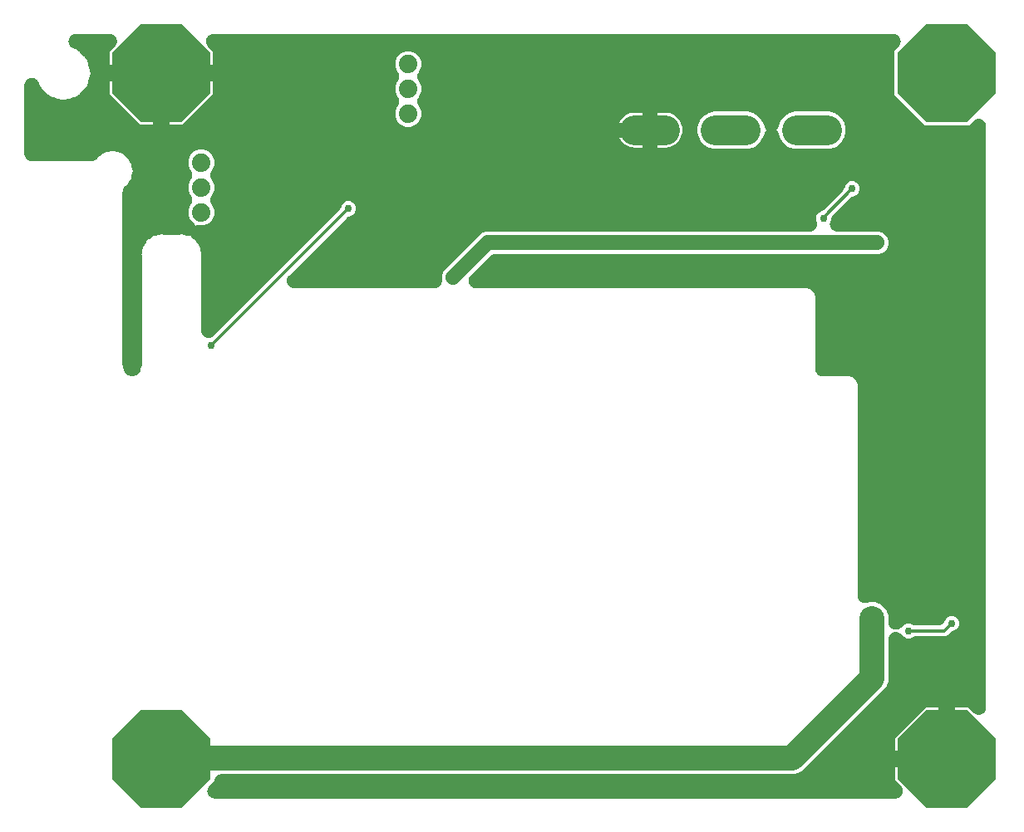
<source format=gbr>
G04 EAGLE Gerber RS-274X export*
G75*
%MOMM*%
%FSLAX34Y34*%
%LPD*%
%INTop Copper*%
%IPPOS*%
%AMOC8*
5,1,8,0,0,1.08239X$1,22.5*%
G01*
%ADD10P,10.823900X8X22.500000*%
%ADD11C,3.048000*%
%ADD12C,1.879600*%
%ADD13C,0.756400*%
%ADD14C,0.304800*%
%ADD15C,1.524000*%
%ADD16C,1.524000*%
%ADD17C,2.540000*%
%ADD18C,2.540000*%

G36*
X1070274Y192255D02*
X1070274Y192255D01*
X1070405Y192253D01*
X1070663Y192275D01*
X1070922Y192289D01*
X1071052Y192309D01*
X1071183Y192320D01*
X1071437Y192368D01*
X1071694Y192408D01*
X1071821Y192441D01*
X1071950Y192466D01*
X1072198Y192540D01*
X1072449Y192606D01*
X1072571Y192652D01*
X1072697Y192690D01*
X1072937Y192789D01*
X1073180Y192880D01*
X1073297Y192938D01*
X1073418Y192989D01*
X1073646Y193112D01*
X1073878Y193227D01*
X1073989Y193297D01*
X1074105Y193360D01*
X1074319Y193506D01*
X1074538Y193644D01*
X1074641Y193725D01*
X1074750Y193799D01*
X1074948Y193966D01*
X1075152Y194127D01*
X1075246Y194218D01*
X1075347Y194302D01*
X1075526Y194489D01*
X1075713Y194669D01*
X1075798Y194770D01*
X1075889Y194864D01*
X1076048Y195068D01*
X1076216Y195266D01*
X1076289Y195375D01*
X1076370Y195478D01*
X1076509Y195697D01*
X1076654Y195911D01*
X1076717Y196027D01*
X1076787Y196138D01*
X1076902Y196370D01*
X1077025Y196598D01*
X1077075Y196720D01*
X1077134Y196837D01*
X1077224Y197080D01*
X1077323Y197320D01*
X1077361Y197445D01*
X1077407Y197568D01*
X1077472Y197819D01*
X1077546Y198067D01*
X1077571Y198197D01*
X1077604Y198323D01*
X1077644Y198580D01*
X1077692Y198834D01*
X1077703Y198965D01*
X1077723Y199095D01*
X1077736Y199354D01*
X1077758Y199612D01*
X1077756Y199743D01*
X1077762Y199874D01*
X1077749Y200133D01*
X1077744Y200392D01*
X1077728Y200523D01*
X1077722Y200654D01*
X1077682Y200910D01*
X1077651Y201167D01*
X1077622Y201295D01*
X1077601Y201425D01*
X1077536Y201675D01*
X1077478Y201928D01*
X1077436Y202053D01*
X1077403Y202180D01*
X1077312Y202422D01*
X1077229Y202668D01*
X1077175Y202787D01*
X1077128Y202910D01*
X1077013Y203142D01*
X1076905Y203378D01*
X1076839Y203492D01*
X1076781Y203609D01*
X1076642Y203828D01*
X1076511Y204052D01*
X1076433Y204157D01*
X1076363Y204268D01*
X1076203Y204472D01*
X1076049Y204681D01*
X1075961Y204779D01*
X1075880Y204882D01*
X1075531Y205256D01*
X1070139Y210647D01*
X1070139Y223911D01*
X1087789Y223911D01*
X1087943Y223919D01*
X1088097Y223917D01*
X1088332Y223939D01*
X1088568Y223951D01*
X1088721Y223974D01*
X1088874Y223988D01*
X1089106Y224034D01*
X1089339Y224070D01*
X1089489Y224109D01*
X1089640Y224139D01*
X1089866Y224208D01*
X1090094Y224268D01*
X1090239Y224322D01*
X1090386Y224367D01*
X1090604Y224459D01*
X1090825Y224542D01*
X1090963Y224611D01*
X1091105Y224670D01*
X1091313Y224784D01*
X1091524Y224889D01*
X1091654Y224972D01*
X1091790Y225046D01*
X1091984Y225180D01*
X1092184Y225306D01*
X1092305Y225401D01*
X1092432Y225489D01*
X1092612Y225642D01*
X1092798Y225788D01*
X1092908Y225896D01*
X1093026Y225996D01*
X1093189Y226167D01*
X1093359Y226331D01*
X1093458Y226449D01*
X1093564Y226560D01*
X1093709Y226747D01*
X1093861Y226928D01*
X1093948Y227056D01*
X1094042Y227177D01*
X1094167Y227378D01*
X1094300Y227573D01*
X1094373Y227709D01*
X1094455Y227840D01*
X1094559Y228052D01*
X1094671Y228260D01*
X1094730Y228403D01*
X1094797Y228541D01*
X1094879Y228763D01*
X1094969Y228982D01*
X1095013Y229129D01*
X1095066Y229274D01*
X1095125Y229503D01*
X1095192Y229729D01*
X1095221Y229881D01*
X1095259Y230030D01*
X1095328Y230444D01*
X1095338Y230496D01*
X1095339Y230512D01*
X1095343Y230535D01*
X1095416Y231088D01*
X1095443Y231437D01*
X1095475Y231788D01*
X1095475Y231827D01*
X1095478Y231866D01*
X1095470Y232215D01*
X1095465Y232568D01*
X1095461Y232617D01*
X1095460Y232647D01*
X1095450Y232726D01*
X1095416Y233078D01*
X1095268Y234203D01*
X1095247Y234412D01*
X1095229Y234500D01*
X1095219Y234589D01*
X1095152Y234882D01*
X1095093Y235177D01*
X1095066Y235263D01*
X1095046Y235350D01*
X1094950Y235635D01*
X1094861Y235923D01*
X1094826Y236005D01*
X1094797Y236090D01*
X1094673Y236363D01*
X1094554Y236640D01*
X1094511Y236719D01*
X1094474Y236800D01*
X1094321Y237060D01*
X1094176Y237323D01*
X1094124Y237396D01*
X1094079Y237474D01*
X1093901Y237716D01*
X1093729Y237963D01*
X1093670Y238031D01*
X1093618Y238103D01*
X1093416Y238326D01*
X1093220Y238554D01*
X1093154Y238616D01*
X1093094Y238682D01*
X1092871Y238883D01*
X1092652Y239090D01*
X1092581Y239145D01*
X1092514Y239205D01*
X1092272Y239382D01*
X1092033Y239565D01*
X1091956Y239612D01*
X1091884Y239665D01*
X1091625Y239816D01*
X1091368Y239974D01*
X1091287Y240013D01*
X1091210Y240058D01*
X1090937Y240182D01*
X1090665Y240313D01*
X1090581Y240344D01*
X1090499Y240381D01*
X1090214Y240476D01*
X1089931Y240579D01*
X1089844Y240600D01*
X1089759Y240629D01*
X1089466Y240695D01*
X1089174Y240767D01*
X1089085Y240780D01*
X1088998Y240800D01*
X1088699Y240835D01*
X1088401Y240878D01*
X1088312Y240881D01*
X1088223Y240892D01*
X1087711Y240909D01*
X1070139Y240909D01*
X1070139Y254173D01*
X1100917Y284951D01*
X1114181Y284951D01*
X1114181Y267153D01*
X1114189Y266999D01*
X1114187Y266845D01*
X1114209Y266609D01*
X1114221Y266374D01*
X1114244Y266221D01*
X1114258Y266068D01*
X1114304Y265836D01*
X1114340Y265602D01*
X1114379Y265453D01*
X1114409Y265302D01*
X1114478Y265076D01*
X1114538Y264847D01*
X1114592Y264703D01*
X1114637Y264556D01*
X1114729Y264338D01*
X1114812Y264117D01*
X1114881Y263978D01*
X1114940Y263836D01*
X1115054Y263629D01*
X1115159Y263418D01*
X1115242Y263287D01*
X1115316Y263152D01*
X1115450Y262958D01*
X1115576Y262758D01*
X1115672Y262637D01*
X1115759Y262510D01*
X1115912Y262330D01*
X1116058Y262144D01*
X1116166Y262033D01*
X1116266Y261916D01*
X1116436Y261753D01*
X1116601Y261583D01*
X1116719Y261484D01*
X1116831Y261377D01*
X1117017Y261233D01*
X1117198Y261081D01*
X1117326Y260994D01*
X1117447Y260899D01*
X1117648Y260775D01*
X1117843Y260642D01*
X1117979Y260568D01*
X1118110Y260487D01*
X1118322Y260383D01*
X1118530Y260271D01*
X1118673Y260212D01*
X1118811Y260144D01*
X1119033Y260063D01*
X1119252Y259973D01*
X1119399Y259929D01*
X1119544Y259875D01*
X1119773Y259817D01*
X1119999Y259750D01*
X1120151Y259721D01*
X1120300Y259683D01*
X1120713Y259614D01*
X1120766Y259604D01*
X1120782Y259603D01*
X1120805Y259599D01*
X1121805Y259467D01*
X1122155Y259439D01*
X1122505Y259408D01*
X1122544Y259408D01*
X1122583Y259405D01*
X1122934Y259413D01*
X1123285Y259418D01*
X1123334Y259422D01*
X1123364Y259423D01*
X1123443Y259433D01*
X1123795Y259467D01*
X1124555Y259567D01*
X1124706Y259595D01*
X1124859Y259614D01*
X1125090Y259666D01*
X1125322Y259709D01*
X1125470Y259752D01*
X1125620Y259786D01*
X1125844Y259862D01*
X1126071Y259928D01*
X1126214Y259986D01*
X1126360Y260035D01*
X1126575Y260133D01*
X1126794Y260223D01*
X1126930Y260295D01*
X1127070Y260359D01*
X1127274Y260479D01*
X1127483Y260590D01*
X1127610Y260676D01*
X1127744Y260754D01*
X1127934Y260893D01*
X1128130Y261025D01*
X1128249Y261124D01*
X1128373Y261215D01*
X1128549Y261374D01*
X1128730Y261525D01*
X1128838Y261635D01*
X1128952Y261738D01*
X1129110Y261914D01*
X1129275Y262083D01*
X1129371Y262204D01*
X1129475Y262318D01*
X1129614Y262509D01*
X1129761Y262694D01*
X1129844Y262824D01*
X1129935Y262948D01*
X1130054Y263152D01*
X1130181Y263352D01*
X1130251Y263489D01*
X1130328Y263622D01*
X1130426Y263838D01*
X1130532Y264049D01*
X1130587Y264193D01*
X1130651Y264333D01*
X1130726Y264558D01*
X1130810Y264778D01*
X1130850Y264927D01*
X1130899Y265073D01*
X1130951Y265304D01*
X1131012Y265532D01*
X1131036Y265684D01*
X1131070Y265835D01*
X1131098Y266070D01*
X1131135Y266303D01*
X1131144Y266457D01*
X1131162Y266610D01*
X1131176Y267028D01*
X1131179Y267082D01*
X1131178Y267097D01*
X1131179Y267121D01*
X1131179Y284951D01*
X1144443Y284951D01*
X1149626Y279768D01*
X1149723Y279680D01*
X1149814Y279586D01*
X1150012Y279419D01*
X1150205Y279245D01*
X1150311Y279168D01*
X1150411Y279083D01*
X1150626Y278938D01*
X1150835Y278784D01*
X1150948Y278718D01*
X1151057Y278644D01*
X1151285Y278521D01*
X1151509Y278390D01*
X1151628Y278336D01*
X1151744Y278274D01*
X1151982Y278175D01*
X1152219Y278067D01*
X1152344Y278025D01*
X1152465Y277975D01*
X1152713Y277901D01*
X1152959Y277819D01*
X1153087Y277790D01*
X1153213Y277752D01*
X1153468Y277704D01*
X1153720Y277647D01*
X1153851Y277631D01*
X1153980Y277607D01*
X1154238Y277585D01*
X1154495Y277554D01*
X1154627Y277552D01*
X1154757Y277541D01*
X1155016Y277545D01*
X1155276Y277541D01*
X1155406Y277552D01*
X1155538Y277555D01*
X1155795Y277586D01*
X1156053Y277608D01*
X1156182Y277632D01*
X1156312Y277648D01*
X1156565Y277705D01*
X1156820Y277754D01*
X1156946Y277791D01*
X1157074Y277820D01*
X1157319Y277903D01*
X1157568Y277977D01*
X1157689Y278028D01*
X1157813Y278070D01*
X1158049Y278177D01*
X1158289Y278276D01*
X1158404Y278339D01*
X1158523Y278393D01*
X1158747Y278524D01*
X1158975Y278648D01*
X1159084Y278722D01*
X1159197Y278788D01*
X1159406Y278941D01*
X1159620Y279087D01*
X1159721Y279172D01*
X1159826Y279249D01*
X1160018Y279423D01*
X1160217Y279590D01*
X1160308Y279685D01*
X1160405Y279773D01*
X1160579Y279965D01*
X1160759Y280152D01*
X1160840Y280255D01*
X1160928Y280352D01*
X1161081Y280562D01*
X1161241Y280766D01*
X1161311Y280877D01*
X1161388Y280983D01*
X1161519Y281207D01*
X1161657Y281426D01*
X1161715Y281543D01*
X1161782Y281657D01*
X1161889Y281893D01*
X1162004Y282125D01*
X1162050Y282248D01*
X1162104Y282368D01*
X1162186Y282614D01*
X1162277Y282856D01*
X1162310Y282983D01*
X1162352Y283108D01*
X1162409Y283361D01*
X1162474Y283611D01*
X1162494Y283741D01*
X1162523Y283869D01*
X1162554Y284127D01*
X1162593Y284383D01*
X1162600Y284514D01*
X1162615Y284644D01*
X1162632Y285156D01*
X1162634Y877640D01*
X1162627Y877771D01*
X1162630Y877902D01*
X1162607Y878160D01*
X1162594Y878419D01*
X1162574Y878549D01*
X1162563Y878680D01*
X1162514Y878934D01*
X1162475Y879190D01*
X1162441Y879317D01*
X1162417Y879446D01*
X1162342Y879695D01*
X1162277Y879945D01*
X1162231Y880068D01*
X1162193Y880194D01*
X1162094Y880434D01*
X1162003Y880676D01*
X1161944Y880794D01*
X1161894Y880915D01*
X1161771Y881142D01*
X1161656Y881375D01*
X1161585Y881486D01*
X1161523Y881602D01*
X1161377Y881815D01*
X1161239Y882035D01*
X1161157Y882138D01*
X1161084Y882247D01*
X1160917Y882445D01*
X1160756Y882649D01*
X1160665Y882743D01*
X1160580Y882843D01*
X1160394Y883023D01*
X1160214Y883210D01*
X1160113Y883294D01*
X1160019Y883385D01*
X1159815Y883545D01*
X1159617Y883712D01*
X1159508Y883786D01*
X1159405Y883867D01*
X1159186Y884005D01*
X1158971Y884151D01*
X1158856Y884213D01*
X1158745Y884284D01*
X1158512Y884399D01*
X1158284Y884522D01*
X1158163Y884572D01*
X1158046Y884630D01*
X1157802Y884721D01*
X1157563Y884820D01*
X1157437Y884858D01*
X1157314Y884904D01*
X1157064Y884969D01*
X1156815Y885043D01*
X1156686Y885068D01*
X1156559Y885101D01*
X1156303Y885140D01*
X1156048Y885189D01*
X1155918Y885200D01*
X1155788Y885220D01*
X1155529Y885233D01*
X1155271Y885255D01*
X1155140Y885252D01*
X1155008Y885259D01*
X1154749Y885245D01*
X1154490Y885241D01*
X1154360Y885225D01*
X1154229Y885218D01*
X1153973Y885178D01*
X1153716Y885147D01*
X1153588Y885118D01*
X1153458Y885098D01*
X1153207Y885032D01*
X1152954Y884975D01*
X1152830Y884933D01*
X1152703Y884900D01*
X1152461Y884809D01*
X1152215Y884726D01*
X1152095Y884671D01*
X1151972Y884625D01*
X1151740Y884510D01*
X1151505Y884402D01*
X1151391Y884336D01*
X1151274Y884277D01*
X1151054Y884138D01*
X1150831Y884008D01*
X1150726Y883930D01*
X1150614Y883860D01*
X1150411Y883699D01*
X1150202Y883546D01*
X1150104Y883458D01*
X1150001Y883377D01*
X1149627Y883027D01*
X1144969Y878369D01*
X1100391Y878369D01*
X1068869Y909891D01*
X1068869Y954469D01*
X1073311Y958910D01*
X1073398Y959008D01*
X1073493Y959099D01*
X1073660Y959298D01*
X1073833Y959490D01*
X1073911Y959596D01*
X1073995Y959696D01*
X1074141Y959911D01*
X1074294Y960120D01*
X1074361Y960233D01*
X1074434Y960342D01*
X1074557Y960570D01*
X1074688Y960793D01*
X1074743Y960913D01*
X1074805Y961028D01*
X1074904Y961268D01*
X1075011Y961504D01*
X1075053Y961628D01*
X1075103Y961750D01*
X1075178Y961999D01*
X1075260Y962244D01*
X1075289Y962371D01*
X1075326Y962498D01*
X1075375Y962752D01*
X1075432Y963005D01*
X1075447Y963135D01*
X1075472Y963264D01*
X1075494Y963522D01*
X1075525Y963780D01*
X1075527Y963911D01*
X1075538Y964042D01*
X1075533Y964301D01*
X1075538Y964560D01*
X1075526Y964691D01*
X1075524Y964822D01*
X1075493Y965080D01*
X1075471Y965338D01*
X1075446Y965467D01*
X1075431Y965597D01*
X1075373Y965850D01*
X1075325Y966105D01*
X1075287Y966230D01*
X1075258Y966358D01*
X1075176Y966604D01*
X1075101Y966852D01*
X1075051Y966974D01*
X1075009Y967098D01*
X1074902Y967334D01*
X1074802Y967573D01*
X1074740Y967689D01*
X1074685Y967808D01*
X1074554Y968032D01*
X1074431Y968260D01*
X1074357Y968368D01*
X1074291Y968482D01*
X1074138Y968691D01*
X1073992Y968905D01*
X1073907Y969005D01*
X1073829Y969111D01*
X1073656Y969303D01*
X1073489Y969502D01*
X1073394Y969593D01*
X1073306Y969690D01*
X1073113Y969864D01*
X1072927Y970044D01*
X1072824Y970125D01*
X1072726Y970213D01*
X1072517Y970365D01*
X1072313Y970525D01*
X1072202Y970595D01*
X1072096Y970673D01*
X1071872Y970804D01*
X1071653Y970942D01*
X1071535Y971000D01*
X1071422Y971066D01*
X1071186Y971173D01*
X1070954Y971289D01*
X1070831Y971334D01*
X1070711Y971389D01*
X1070465Y971471D01*
X1070223Y971562D01*
X1070096Y971595D01*
X1069971Y971637D01*
X1069718Y971694D01*
X1069467Y971759D01*
X1069338Y971779D01*
X1069210Y971808D01*
X1068952Y971838D01*
X1068696Y971878D01*
X1068565Y971885D01*
X1068435Y971900D01*
X1067923Y971917D01*
X375541Y971917D01*
X375410Y971911D01*
X375279Y971913D01*
X375021Y971891D01*
X374762Y971877D01*
X374632Y971857D01*
X374501Y971846D01*
X374247Y971798D01*
X373990Y971758D01*
X373863Y971725D01*
X373734Y971700D01*
X373486Y971626D01*
X373235Y971560D01*
X373113Y971514D01*
X372987Y971476D01*
X372747Y971377D01*
X372504Y971286D01*
X372387Y971228D01*
X372266Y971177D01*
X372038Y971054D01*
X371806Y970939D01*
X371695Y970869D01*
X371579Y970806D01*
X371365Y970660D01*
X371146Y970522D01*
X371043Y970441D01*
X370934Y970367D01*
X370736Y970200D01*
X370532Y970039D01*
X370438Y969948D01*
X370337Y969864D01*
X370158Y969677D01*
X369971Y969497D01*
X369886Y969396D01*
X369795Y969302D01*
X369636Y969098D01*
X369468Y968900D01*
X369395Y968791D01*
X369314Y968688D01*
X369175Y968469D01*
X369030Y968255D01*
X368967Y968139D01*
X368897Y968028D01*
X368782Y967796D01*
X368659Y967568D01*
X368609Y967446D01*
X368550Y967329D01*
X368460Y967086D01*
X368361Y966846D01*
X368323Y966720D01*
X368277Y966598D01*
X368212Y966347D01*
X368138Y966099D01*
X368113Y965969D01*
X368080Y965843D01*
X368040Y965586D01*
X367992Y965332D01*
X367981Y965201D01*
X367961Y965071D01*
X367948Y964812D01*
X367926Y964554D01*
X367928Y964423D01*
X367922Y964292D01*
X367935Y964033D01*
X367940Y963774D01*
X367956Y963643D01*
X367962Y963512D01*
X368002Y963256D01*
X368033Y962999D01*
X368062Y962871D01*
X368083Y962741D01*
X368148Y962491D01*
X368206Y962238D01*
X368248Y962113D01*
X368281Y961986D01*
X368372Y961744D01*
X368455Y961498D01*
X368509Y961379D01*
X368556Y961256D01*
X368671Y961024D01*
X368779Y960788D01*
X368845Y960674D01*
X368903Y960557D01*
X369042Y960338D01*
X369173Y960114D01*
X369251Y960009D01*
X369321Y959898D01*
X369481Y959694D01*
X369635Y959485D01*
X369723Y959387D01*
X369804Y959284D01*
X370153Y958910D01*
X375121Y953943D01*
X375121Y940679D01*
X357865Y940679D01*
X357711Y940671D01*
X357557Y940673D01*
X357321Y940651D01*
X357086Y940639D01*
X356933Y940616D01*
X356780Y940602D01*
X356548Y940556D01*
X356314Y940520D01*
X356165Y940481D01*
X356014Y940451D01*
X355788Y940382D01*
X355559Y940322D01*
X355415Y940268D01*
X355268Y940223D01*
X355050Y940131D01*
X354829Y940048D01*
X354691Y939979D01*
X354548Y939920D01*
X354341Y939806D01*
X354130Y939701D01*
X353999Y939618D01*
X353864Y939544D01*
X353669Y939410D01*
X353470Y939284D01*
X353349Y939189D01*
X353222Y939101D01*
X353042Y938947D01*
X352856Y938801D01*
X352745Y938694D01*
X352628Y938594D01*
X352465Y938423D01*
X352295Y938259D01*
X352196Y938141D01*
X352089Y938029D01*
X351945Y937843D01*
X351792Y937662D01*
X351706Y937534D01*
X351611Y937413D01*
X351487Y937212D01*
X351354Y937017D01*
X351280Y936881D01*
X351199Y936750D01*
X351095Y936538D01*
X350983Y936330D01*
X350924Y936187D01*
X350856Y936049D01*
X350775Y935827D01*
X350685Y935608D01*
X350640Y935460D01*
X350587Y935316D01*
X350529Y935087D01*
X350462Y934861D01*
X350433Y934709D01*
X350395Y934560D01*
X350326Y934147D01*
X350316Y934094D01*
X350315Y934078D01*
X350311Y934055D01*
X350182Y933078D01*
X350154Y932728D01*
X350123Y932379D01*
X350123Y932339D01*
X350120Y932300D01*
X350128Y931947D01*
X350133Y931598D01*
X350137Y931549D01*
X350138Y931519D01*
X350148Y931440D01*
X350182Y931089D01*
X350285Y930305D01*
X350313Y930156D01*
X350330Y930017D01*
X350330Y930015D01*
X350332Y930001D01*
X350384Y929770D01*
X350427Y929538D01*
X350470Y929390D01*
X350504Y929240D01*
X350580Y929016D01*
X350646Y928789D01*
X350704Y928646D01*
X350753Y928500D01*
X350851Y928285D01*
X350941Y928066D01*
X351013Y927930D01*
X351077Y927790D01*
X351197Y927586D01*
X351308Y927377D01*
X351394Y927249D01*
X351472Y927116D01*
X351611Y926926D01*
X351743Y926730D01*
X351842Y926611D01*
X351933Y926487D01*
X352092Y926311D01*
X352243Y926130D01*
X352353Y926022D01*
X352456Y925908D01*
X352632Y925750D01*
X352801Y925585D01*
X352922Y925489D01*
X353036Y925385D01*
X353227Y925246D01*
X353412Y925099D01*
X353542Y925016D01*
X353666Y924925D01*
X353871Y924806D01*
X354070Y924679D01*
X354207Y924609D01*
X354341Y924532D01*
X354556Y924434D01*
X354767Y924328D01*
X354911Y924273D01*
X355051Y924209D01*
X355275Y924134D01*
X355496Y924050D01*
X355645Y924010D01*
X355791Y923961D01*
X356022Y923909D01*
X356250Y923848D01*
X356402Y923824D01*
X356553Y923790D01*
X356787Y923762D01*
X357021Y923725D01*
X357175Y923716D01*
X357328Y923698D01*
X357746Y923684D01*
X357800Y923681D01*
X357815Y923682D01*
X357840Y923681D01*
X375121Y923681D01*
X375121Y910417D01*
X344343Y879639D01*
X331079Y879639D01*
X331079Y897057D01*
X331071Y897212D01*
X331073Y897366D01*
X331051Y897601D01*
X331039Y897837D01*
X331016Y897990D01*
X331002Y898143D01*
X330956Y898374D01*
X330920Y898608D01*
X330881Y898757D01*
X330851Y898909D01*
X330782Y899134D01*
X330722Y899363D01*
X330668Y899508D01*
X330623Y899655D01*
X330531Y899873D01*
X330448Y900094D01*
X330379Y900232D01*
X330319Y900374D01*
X330206Y900581D01*
X330101Y900793D01*
X330018Y900923D01*
X329944Y901058D01*
X329810Y901253D01*
X329684Y901453D01*
X329589Y901574D01*
X329501Y901701D01*
X329347Y901881D01*
X329201Y902066D01*
X329094Y902177D01*
X328994Y902294D01*
X328823Y902457D01*
X328659Y902627D01*
X328541Y902727D01*
X328429Y902833D01*
X328243Y902978D01*
X328062Y903130D01*
X327934Y903217D01*
X327812Y903311D01*
X327612Y903436D01*
X327417Y903569D01*
X327281Y903642D01*
X327150Y903724D01*
X326938Y903827D01*
X326730Y903939D01*
X326587Y903998D01*
X326449Y904066D01*
X326227Y904148D01*
X326008Y904238D01*
X325860Y904282D01*
X325716Y904335D01*
X325487Y904393D01*
X325261Y904461D01*
X325109Y904490D01*
X324960Y904528D01*
X324547Y904596D01*
X324494Y904606D01*
X324478Y904608D01*
X324454Y904611D01*
X323792Y904699D01*
X323443Y904727D01*
X323093Y904758D01*
X323054Y904758D01*
X323014Y904761D01*
X322664Y904753D01*
X322313Y904748D01*
X322264Y904744D01*
X322234Y904743D01*
X322154Y904733D01*
X321803Y904699D01*
X320705Y904554D01*
X320554Y904526D01*
X320401Y904508D01*
X320171Y904456D01*
X319938Y904413D01*
X319790Y904369D01*
X319640Y904335D01*
X319416Y904260D01*
X319189Y904194D01*
X319046Y904135D01*
X318900Y904086D01*
X318685Y903988D01*
X318466Y903899D01*
X318330Y903826D01*
X318190Y903763D01*
X317986Y903643D01*
X317777Y903532D01*
X317649Y903446D01*
X317516Y903368D01*
X317326Y903228D01*
X317130Y903096D01*
X317011Y902998D01*
X316887Y902907D01*
X316712Y902748D01*
X316530Y902597D01*
X316422Y902486D01*
X316308Y902383D01*
X316150Y902207D01*
X315985Y902039D01*
X315889Y901918D01*
X315785Y901803D01*
X315646Y901612D01*
X315499Y901427D01*
X315416Y901297D01*
X315325Y901173D01*
X315206Y900969D01*
X315079Y900770D01*
X315009Y900632D01*
X314932Y900499D01*
X314834Y900284D01*
X314728Y900073D01*
X314673Y899929D01*
X314609Y899788D01*
X314534Y899564D01*
X314450Y899343D01*
X314410Y899194D01*
X314361Y899048D01*
X314309Y898818D01*
X314248Y898589D01*
X314224Y898437D01*
X314190Y898287D01*
X314162Y898052D01*
X314125Y897819D01*
X314116Y897665D01*
X314098Y897512D01*
X314084Y897093D01*
X314081Y897039D01*
X314082Y897024D01*
X314081Y897000D01*
X314081Y879639D01*
X300817Y879639D01*
X270039Y910417D01*
X270039Y923681D01*
X287756Y923681D01*
X287910Y923689D01*
X288065Y923687D01*
X288300Y923709D01*
X288536Y923721D01*
X288688Y923744D01*
X288842Y923758D01*
X289074Y923804D01*
X289307Y923840D01*
X289456Y923879D01*
X289608Y923909D01*
X289833Y923978D01*
X290062Y924038D01*
X290207Y924092D01*
X290354Y924137D01*
X290571Y924229D01*
X290793Y924312D01*
X290931Y924381D01*
X291073Y924440D01*
X291280Y924554D01*
X291492Y924659D01*
X291622Y924742D01*
X291757Y924816D01*
X291952Y924950D01*
X292152Y925076D01*
X292273Y925171D01*
X292400Y925259D01*
X292579Y925412D01*
X292765Y925558D01*
X292876Y925666D01*
X292993Y925766D01*
X293156Y925936D01*
X293326Y926101D01*
X293426Y926219D01*
X293532Y926330D01*
X293677Y926517D01*
X293829Y926698D01*
X293916Y926826D01*
X294010Y926947D01*
X294135Y927148D01*
X294268Y927343D01*
X294341Y927479D01*
X294423Y927610D01*
X294526Y927822D01*
X294639Y928030D01*
X294698Y928173D01*
X294765Y928311D01*
X294846Y928533D01*
X294937Y928752D01*
X294981Y928899D01*
X295034Y929044D01*
X295092Y929273D01*
X295160Y929499D01*
X295189Y929651D01*
X295227Y929800D01*
X295295Y930214D01*
X295305Y930266D01*
X295306Y930275D01*
X295307Y930282D01*
X295308Y930291D01*
X295311Y930305D01*
X295414Y931088D01*
X295441Y931437D01*
X295473Y931787D01*
X295473Y931827D01*
X295476Y931866D01*
X295468Y932214D01*
X295463Y932568D01*
X295459Y932617D01*
X295458Y932647D01*
X295448Y932726D01*
X295414Y933077D01*
X295285Y934054D01*
X295257Y934206D01*
X295239Y934359D01*
X295186Y934590D01*
X295144Y934822D01*
X295100Y934970D01*
X295066Y935120D01*
X294991Y935344D01*
X294925Y935571D01*
X294866Y935714D01*
X294817Y935860D01*
X294719Y936075D01*
X294630Y936294D01*
X294557Y936430D01*
X294493Y936570D01*
X294374Y936774D01*
X294263Y936983D01*
X294177Y937111D01*
X294099Y937244D01*
X293959Y937434D01*
X293827Y937630D01*
X293729Y937749D01*
X293637Y937873D01*
X293479Y938049D01*
X293328Y938230D01*
X293218Y938338D01*
X293114Y938452D01*
X292939Y938610D01*
X292770Y938775D01*
X292649Y938871D01*
X292534Y938975D01*
X292344Y939114D01*
X292158Y939261D01*
X292028Y939344D01*
X291904Y939435D01*
X291700Y939554D01*
X291501Y939681D01*
X291363Y939751D01*
X291230Y939828D01*
X291015Y939926D01*
X290804Y940032D01*
X290660Y940087D01*
X290519Y940151D01*
X290295Y940226D01*
X290074Y940310D01*
X289925Y940350D01*
X289779Y940399D01*
X289549Y940451D01*
X289320Y940512D01*
X289168Y940536D01*
X289018Y940570D01*
X288783Y940598D01*
X288550Y940635D01*
X288396Y940644D01*
X288243Y940662D01*
X287825Y940676D01*
X287770Y940679D01*
X287755Y940678D01*
X287731Y940679D01*
X270039Y940679D01*
X270039Y953943D01*
X275007Y958910D01*
X275094Y959008D01*
X275189Y959099D01*
X275356Y959298D01*
X275529Y959490D01*
X275607Y959596D01*
X275692Y959696D01*
X275837Y959911D01*
X275990Y960120D01*
X276057Y960233D01*
X276130Y960342D01*
X276254Y960570D01*
X276384Y960793D01*
X276439Y960913D01*
X276501Y961028D01*
X276600Y961268D01*
X276707Y961504D01*
X276749Y961628D01*
X276799Y961750D01*
X276874Y961999D01*
X276956Y962244D01*
X276985Y962371D01*
X277022Y962498D01*
X277071Y962752D01*
X277128Y963005D01*
X277143Y963135D01*
X277168Y963264D01*
X277190Y963522D01*
X277221Y963780D01*
X277223Y963911D01*
X277234Y964042D01*
X277229Y964301D01*
X277234Y964560D01*
X277222Y964691D01*
X277220Y964822D01*
X277189Y965080D01*
X277167Y965338D01*
X277142Y965467D01*
X277127Y965597D01*
X277069Y965850D01*
X277021Y966105D01*
X276983Y966230D01*
X276954Y966358D01*
X276872Y966604D01*
X276797Y966852D01*
X276747Y966974D01*
X276705Y967098D01*
X276598Y967334D01*
X276498Y967573D01*
X276436Y967689D01*
X276381Y967808D01*
X276250Y968032D01*
X276127Y968260D01*
X276053Y968368D01*
X275987Y968482D01*
X275834Y968691D01*
X275688Y968905D01*
X275603Y969005D01*
X275525Y969111D01*
X275352Y969303D01*
X275185Y969502D01*
X275090Y969593D01*
X275002Y969690D01*
X274810Y969863D01*
X274623Y970044D01*
X274520Y970125D01*
X274422Y970213D01*
X274213Y970365D01*
X274009Y970525D01*
X273898Y970595D01*
X273792Y970673D01*
X273568Y970804D01*
X273349Y970942D01*
X273231Y971000D01*
X273118Y971066D01*
X272882Y971173D01*
X272650Y971289D01*
X272527Y971334D01*
X272407Y971389D01*
X272161Y971471D01*
X271919Y971562D01*
X271792Y971595D01*
X271667Y971637D01*
X271414Y971694D01*
X271164Y971759D01*
X271034Y971779D01*
X270906Y971808D01*
X270648Y971838D01*
X270392Y971878D01*
X270261Y971885D01*
X270131Y971900D01*
X269619Y971917D01*
X235541Y971917D01*
X235476Y971914D01*
X235410Y971916D01*
X235087Y971894D01*
X234762Y971877D01*
X234697Y971867D01*
X234632Y971863D01*
X234312Y971808D01*
X233991Y971758D01*
X233927Y971741D01*
X233863Y971730D01*
X233550Y971642D01*
X233236Y971560D01*
X233174Y971537D01*
X233111Y971519D01*
X232809Y971400D01*
X232505Y971286D01*
X232446Y971257D01*
X232385Y971233D01*
X232096Y971083D01*
X231806Y970939D01*
X231751Y970904D01*
X231692Y970873D01*
X231420Y970695D01*
X231146Y970522D01*
X231095Y970481D01*
X231040Y970445D01*
X230788Y970240D01*
X230533Y970039D01*
X230485Y969994D01*
X230434Y969952D01*
X230205Y969723D01*
X229972Y969497D01*
X229929Y969447D01*
X229883Y969400D01*
X229678Y969149D01*
X229469Y968900D01*
X229432Y968846D01*
X229391Y968795D01*
X229213Y968524D01*
X229030Y968255D01*
X228999Y968197D01*
X228963Y968142D01*
X228814Y967854D01*
X228659Y967568D01*
X228634Y967507D01*
X228604Y967449D01*
X228485Y967147D01*
X228361Y966846D01*
X228342Y966784D01*
X228318Y966722D01*
X228231Y966410D01*
X228138Y966099D01*
X228126Y966034D01*
X228108Y965971D01*
X228053Y965650D01*
X227993Y965332D01*
X227987Y965266D01*
X227976Y965202D01*
X227954Y964877D01*
X227927Y964554D01*
X227928Y964488D01*
X227923Y964423D01*
X227935Y964097D01*
X227940Y963774D01*
X227948Y963708D01*
X227950Y963643D01*
X227995Y963321D01*
X228034Y962999D01*
X228048Y962935D01*
X228057Y962870D01*
X228134Y962554D01*
X228206Y962238D01*
X228227Y962175D01*
X228243Y962112D01*
X228352Y961806D01*
X228455Y961498D01*
X228483Y961438D01*
X228505Y961376D01*
X228644Y961083D01*
X228779Y960788D01*
X228812Y960731D01*
X228840Y960672D01*
X229009Y960395D01*
X229174Y960114D01*
X229212Y960061D01*
X229247Y960005D01*
X229443Y959747D01*
X229635Y959485D01*
X229679Y959436D01*
X229719Y959384D01*
X229940Y959147D01*
X230158Y958906D01*
X230207Y958862D01*
X230252Y958814D01*
X230496Y958601D01*
X230738Y958384D01*
X230791Y958345D01*
X230841Y958302D01*
X231106Y958115D01*
X231368Y957923D01*
X231425Y957890D01*
X231479Y957852D01*
X231761Y957694D01*
X232042Y957530D01*
X232102Y957502D01*
X232160Y957470D01*
X232626Y957259D01*
X234111Y956643D01*
X234340Y956562D01*
X234565Y956472D01*
X234761Y956413D01*
X234847Y956382D01*
X234919Y956364D01*
X235055Y956323D01*
X235929Y956089D01*
X236205Y955895D01*
X236239Y955875D01*
X236271Y955853D01*
X236579Y955685D01*
X236885Y955513D01*
X236930Y955493D01*
X236956Y955478D01*
X237030Y955447D01*
X237035Y955445D01*
X237662Y954818D01*
X237842Y954655D01*
X238016Y954486D01*
X238174Y954356D01*
X238241Y954295D01*
X238301Y954251D01*
X238411Y954161D01*
X239129Y953610D01*
X239309Y953325D01*
X239334Y953294D01*
X239355Y953261D01*
X239575Y952988D01*
X239792Y952712D01*
X239826Y952676D01*
X239844Y952653D01*
X239900Y952596D01*
X240142Y952338D01*
X243053Y949427D01*
X243313Y949192D01*
X243571Y948954D01*
X243603Y948930D01*
X243632Y948904D01*
X243916Y948697D01*
X244196Y948487D01*
X244238Y948461D01*
X244262Y948443D01*
X244332Y948402D01*
X244336Y948400D01*
X244876Y947696D01*
X245033Y947512D01*
X245183Y947321D01*
X245323Y947172D01*
X245382Y947102D01*
X245436Y947051D01*
X245533Y946947D01*
X246173Y946307D01*
X246314Y946001D01*
X246334Y945967D01*
X246351Y945932D01*
X246534Y945632D01*
X246713Y945330D01*
X246741Y945291D01*
X246757Y945265D01*
X246805Y945201D01*
X246808Y945197D01*
X247038Y944340D01*
X247113Y944109D01*
X247178Y943876D01*
X247250Y943685D01*
X247278Y943598D01*
X247309Y943529D01*
X247358Y943396D01*
X247705Y942560D01*
X247718Y942224D01*
X247724Y942184D01*
X247726Y942145D01*
X247780Y941799D01*
X247830Y941451D01*
X247841Y941404D01*
X247846Y941374D01*
X247866Y941296D01*
X247946Y940952D01*
X249011Y936976D01*
X249040Y936887D01*
X249043Y936875D01*
X249072Y936787D01*
X249119Y936642D01*
X249224Y936307D01*
X249239Y936271D01*
X249252Y936233D01*
X249283Y936162D01*
X249292Y936135D01*
X249381Y935941D01*
X249393Y935912D01*
X249532Y935590D01*
X249554Y935547D01*
X249567Y935519D01*
X249597Y935466D01*
X249610Y935438D01*
X249725Y934566D01*
X249769Y934327D01*
X249803Y934087D01*
X249849Y933888D01*
X249866Y933798D01*
X249887Y933726D01*
X249919Y933588D01*
X250153Y932714D01*
X250123Y932379D01*
X250123Y932339D01*
X250120Y932300D01*
X250128Y931951D01*
X250133Y931598D01*
X250137Y931549D01*
X250138Y931519D01*
X250148Y931440D01*
X250149Y931435D01*
X249919Y930578D01*
X249868Y930340D01*
X249808Y930105D01*
X249775Y929904D01*
X249756Y929815D01*
X249748Y929740D01*
X249725Y929600D01*
X249607Y928703D01*
X249450Y928405D01*
X249435Y928368D01*
X249417Y928333D01*
X249291Y928007D01*
X249160Y927680D01*
X249146Y927633D01*
X249135Y927605D01*
X249114Y927528D01*
X249011Y927190D01*
X247946Y923214D01*
X247872Y922871D01*
X247796Y922528D01*
X247791Y922489D01*
X247783Y922450D01*
X247745Y922101D01*
X247703Y921753D01*
X247702Y921705D01*
X247698Y921674D01*
X247698Y921594D01*
X247698Y921589D01*
X247358Y920770D01*
X247277Y920541D01*
X247187Y920316D01*
X247127Y920120D01*
X247097Y920034D01*
X247079Y919962D01*
X247038Y919826D01*
X246804Y918952D01*
X246610Y918676D01*
X246590Y918642D01*
X246568Y918609D01*
X246400Y918303D01*
X246228Y917996D01*
X246208Y917951D01*
X246193Y917925D01*
X246163Y917852D01*
X246160Y917846D01*
X245533Y917219D01*
X245370Y917039D01*
X245201Y916865D01*
X245071Y916707D01*
X245010Y916640D01*
X244966Y916579D01*
X244876Y916470D01*
X244325Y915752D01*
X244040Y915572D01*
X244009Y915547D01*
X243976Y915526D01*
X243704Y915307D01*
X243427Y915089D01*
X243391Y915055D01*
X243368Y915036D01*
X243311Y914980D01*
X243053Y914739D01*
X240142Y911828D01*
X239906Y911567D01*
X239669Y911310D01*
X239646Y911278D01*
X239619Y911249D01*
X239412Y910965D01*
X239202Y910685D01*
X239176Y910643D01*
X239158Y910619D01*
X239118Y910549D01*
X239115Y910545D01*
X238411Y910005D01*
X238227Y909848D01*
X238036Y909698D01*
X237886Y909558D01*
X237817Y909499D01*
X237766Y909445D01*
X237662Y909348D01*
X237022Y908708D01*
X236716Y908567D01*
X236682Y908546D01*
X236647Y908529D01*
X236347Y908347D01*
X236045Y908168D01*
X236006Y908140D01*
X235980Y908124D01*
X235916Y908075D01*
X235912Y908073D01*
X235055Y907843D01*
X234824Y907768D01*
X234591Y907703D01*
X234400Y907631D01*
X234313Y907603D01*
X234244Y907573D01*
X234111Y907523D01*
X233275Y907176D01*
X232939Y907163D01*
X232900Y907157D01*
X232860Y907155D01*
X232513Y907101D01*
X232166Y907051D01*
X232118Y907040D01*
X232089Y907035D01*
X232011Y907015D01*
X231667Y906935D01*
X227691Y905870D01*
X227358Y905762D01*
X227022Y905657D01*
X226986Y905641D01*
X226948Y905629D01*
X226628Y905488D01*
X226305Y905349D01*
X226261Y905326D01*
X226234Y905314D01*
X226165Y905275D01*
X226160Y905272D01*
X225281Y905156D01*
X225042Y905112D01*
X224802Y905078D01*
X224603Y905032D01*
X224513Y905015D01*
X224442Y904994D01*
X224303Y904962D01*
X223429Y904728D01*
X223093Y904758D01*
X223054Y904758D01*
X223014Y904761D01*
X222662Y904753D01*
X222313Y904748D01*
X222265Y904744D01*
X222234Y904743D01*
X222154Y904733D01*
X222150Y904732D01*
X221293Y904962D01*
X221056Y905013D01*
X220821Y905073D01*
X220619Y905106D01*
X220530Y905125D01*
X220455Y905133D01*
X220315Y905156D01*
X219418Y905274D01*
X219120Y905431D01*
X219083Y905446D01*
X219048Y905464D01*
X218721Y905590D01*
X218395Y905721D01*
X218348Y905735D01*
X218320Y905746D01*
X218242Y905767D01*
X217905Y905870D01*
X213929Y906935D01*
X213586Y907009D01*
X213243Y907085D01*
X213204Y907090D01*
X213165Y907098D01*
X212816Y907136D01*
X212468Y907178D01*
X212420Y907179D01*
X212389Y907183D01*
X212309Y907183D01*
X212304Y907183D01*
X211485Y907523D01*
X211256Y907604D01*
X211031Y907694D01*
X210835Y907753D01*
X210749Y907784D01*
X210677Y907802D01*
X210541Y907843D01*
X209667Y908077D01*
X209391Y908271D01*
X209357Y908291D01*
X209325Y908313D01*
X209017Y908481D01*
X208711Y908653D01*
X208666Y908673D01*
X208640Y908688D01*
X208566Y908719D01*
X208561Y908721D01*
X207934Y909348D01*
X207754Y909511D01*
X207580Y909680D01*
X207422Y909810D01*
X207355Y909871D01*
X207295Y909915D01*
X207185Y910005D01*
X206467Y910556D01*
X206287Y910841D01*
X206262Y910872D01*
X206241Y910905D01*
X206022Y911177D01*
X205804Y911454D01*
X205770Y911490D01*
X205752Y911513D01*
X205696Y911570D01*
X205454Y911828D01*
X202543Y914739D01*
X202283Y914974D01*
X202024Y915212D01*
X201993Y915236D01*
X201964Y915262D01*
X201681Y915469D01*
X201399Y915679D01*
X201358Y915705D01*
X201334Y915723D01*
X201264Y915763D01*
X201260Y915766D01*
X200720Y916470D01*
X200563Y916654D01*
X200413Y916845D01*
X200273Y916994D01*
X200214Y917064D01*
X200160Y917115D01*
X200063Y917219D01*
X199423Y917859D01*
X199282Y918165D01*
X199262Y918199D01*
X199245Y918234D01*
X199062Y918534D01*
X198883Y918836D01*
X198855Y918875D01*
X198839Y918901D01*
X198791Y918965D01*
X198788Y918969D01*
X198558Y919826D01*
X198483Y920057D01*
X198418Y920290D01*
X198346Y920481D01*
X198318Y920568D01*
X198288Y920636D01*
X198238Y920770D01*
X197622Y922255D01*
X197594Y922315D01*
X197571Y922376D01*
X197427Y922666D01*
X197287Y922960D01*
X197253Y923016D01*
X197224Y923075D01*
X197050Y923349D01*
X196881Y923627D01*
X196842Y923679D01*
X196807Y923735D01*
X196606Y923990D01*
X196410Y924249D01*
X196365Y924297D01*
X196324Y924348D01*
X196098Y924582D01*
X195877Y924819D01*
X195828Y924862D01*
X195782Y924909D01*
X195533Y925119D01*
X195289Y925332D01*
X195235Y925370D01*
X195185Y925412D01*
X194916Y925595D01*
X194651Y925782D01*
X194594Y925814D01*
X194539Y925851D01*
X194253Y926005D01*
X193971Y926164D01*
X193910Y926190D01*
X193853Y926222D01*
X193553Y926346D01*
X193255Y926475D01*
X193192Y926495D01*
X193131Y926520D01*
X192820Y926613D01*
X192511Y926711D01*
X192446Y926724D01*
X192383Y926743D01*
X192065Y926803D01*
X191746Y926869D01*
X191681Y926876D01*
X191617Y926888D01*
X191293Y926916D01*
X190970Y926949D01*
X190904Y926949D01*
X190839Y926954D01*
X190515Y926949D01*
X190190Y926949D01*
X190124Y926942D01*
X190059Y926941D01*
X189736Y926902D01*
X189413Y926868D01*
X189349Y926855D01*
X189284Y926847D01*
X188967Y926775D01*
X188649Y926709D01*
X188587Y926689D01*
X188523Y926675D01*
X188214Y926571D01*
X187905Y926473D01*
X187845Y926447D01*
X187783Y926426D01*
X187486Y926291D01*
X187190Y926161D01*
X187133Y926129D01*
X187073Y926102D01*
X186792Y925938D01*
X186510Y925779D01*
X186456Y925741D01*
X186399Y925707D01*
X186138Y925516D01*
X185872Y925328D01*
X185823Y925285D01*
X185770Y925246D01*
X185529Y925029D01*
X185284Y924815D01*
X185240Y924767D01*
X185191Y924723D01*
X184974Y924482D01*
X184752Y924244D01*
X184712Y924191D01*
X184668Y924143D01*
X184478Y923881D01*
X184281Y923622D01*
X184247Y923565D01*
X184208Y923513D01*
X184045Y923232D01*
X183876Y922955D01*
X183848Y922895D01*
X183815Y922839D01*
X183680Y922542D01*
X183541Y922249D01*
X183519Y922188D01*
X183492Y922128D01*
X183389Y921820D01*
X183281Y921514D01*
X183265Y921450D01*
X183244Y921388D01*
X183173Y921072D01*
X183096Y920755D01*
X183088Y920690D01*
X183073Y920626D01*
X183035Y920305D01*
X182991Y919982D01*
X182989Y919916D01*
X182981Y919851D01*
X182964Y919340D01*
X182964Y849868D01*
X182977Y849606D01*
X182982Y849344D01*
X182997Y849217D01*
X183004Y849089D01*
X183044Y848829D01*
X183075Y848569D01*
X183104Y848444D01*
X183123Y848317D01*
X183190Y848063D01*
X183248Y847808D01*
X183289Y847686D01*
X183321Y847562D01*
X183413Y847316D01*
X183497Y847068D01*
X183550Y846951D01*
X183595Y846831D01*
X183712Y846597D01*
X183820Y846358D01*
X183885Y846247D01*
X183942Y846133D01*
X184082Y845911D01*
X184215Y845684D01*
X184291Y845581D01*
X184359Y845473D01*
X184521Y845266D01*
X184676Y845055D01*
X184762Y844960D01*
X184842Y844859D01*
X185024Y844670D01*
X185200Y844476D01*
X185295Y844390D01*
X185384Y844298D01*
X185585Y844129D01*
X185780Y843953D01*
X185883Y843878D01*
X185981Y843795D01*
X186198Y843648D01*
X186410Y843493D01*
X186520Y843429D01*
X186626Y843357D01*
X186858Y843232D01*
X187084Y843100D01*
X187201Y843047D01*
X187313Y842986D01*
X187556Y842886D01*
X187795Y842777D01*
X187916Y842737D01*
X188035Y842688D01*
X188286Y842612D01*
X188535Y842529D01*
X188660Y842501D01*
X188782Y842465D01*
X189041Y842416D01*
X189296Y842358D01*
X189423Y842343D01*
X189549Y842319D01*
X189811Y842297D01*
X190071Y842266D01*
X190243Y842260D01*
X190327Y842253D01*
X190411Y842255D01*
X190583Y842249D01*
X251491Y842249D01*
X251868Y842268D01*
X252243Y842286D01*
X252257Y842288D01*
X252270Y842289D01*
X252641Y842346D01*
X253015Y842403D01*
X253028Y842406D01*
X253042Y842408D01*
X253403Y842503D01*
X253770Y842598D01*
X253783Y842602D01*
X253797Y842606D01*
X254151Y842739D01*
X254502Y842869D01*
X254514Y842875D01*
X254527Y842880D01*
X254868Y843049D01*
X255202Y843214D01*
X255214Y843221D01*
X255226Y843227D01*
X255544Y843428D01*
X255863Y843628D01*
X255874Y843637D01*
X255886Y843644D01*
X256184Y843878D01*
X256479Y844108D01*
X256489Y844118D01*
X256500Y844127D01*
X256771Y844389D01*
X257042Y844649D01*
X257051Y844659D01*
X257061Y844669D01*
X257300Y844953D01*
X257547Y845244D01*
X257556Y845258D01*
X257563Y845266D01*
X257587Y845300D01*
X257844Y845661D01*
X258392Y846489D01*
X260054Y847590D01*
X260073Y847604D01*
X260107Y847625D01*
X260300Y847755D01*
X260356Y847798D01*
X260416Y847835D01*
X260450Y847862D01*
X263229Y849730D01*
X263232Y849732D01*
X263237Y849735D01*
X264905Y850860D01*
X266883Y851259D01*
X266886Y851260D01*
X266892Y851261D01*
X267381Y851361D01*
X267423Y851371D01*
X267465Y851378D01*
X267721Y851447D01*
X270071Y851907D01*
X270091Y851912D01*
X270123Y851918D01*
X270264Y851947D01*
X270300Y851952D01*
X270796Y852049D01*
X270812Y852054D01*
X270838Y852058D01*
X272798Y852454D01*
X274761Y852057D01*
X274778Y852055D01*
X274804Y852049D01*
X275297Y851952D01*
X275323Y851948D01*
X275350Y851943D01*
X275369Y851939D01*
X275379Y851937D01*
X275489Y851915D01*
X275510Y851912D01*
X275542Y851904D01*
X277750Y851472D01*
X278214Y851361D01*
X278710Y851260D01*
X278714Y851259D01*
X278720Y851258D01*
X280691Y850860D01*
X282360Y849735D01*
X282364Y849733D01*
X282369Y849729D01*
X285189Y847833D01*
X285296Y847755D01*
X285491Y847624D01*
X285513Y847611D01*
X285545Y847588D01*
X287204Y846489D01*
X288306Y844826D01*
X288320Y844806D01*
X288341Y844773D01*
X288471Y844581D01*
X288509Y844529D01*
X288544Y844474D01*
X288574Y844436D01*
X290442Y841657D01*
X290444Y841654D01*
X290447Y841649D01*
X291575Y839976D01*
X291973Y838005D01*
X291974Y838001D01*
X291975Y837995D01*
X292076Y837499D01*
X292087Y837457D01*
X292094Y837414D01*
X292162Y837160D01*
X292619Y834827D01*
X292625Y834806D01*
X292630Y834773D01*
X292661Y834620D01*
X292667Y834581D01*
X292764Y834087D01*
X292768Y834070D01*
X292773Y834044D01*
X293169Y832083D01*
X292773Y830120D01*
X292770Y830103D01*
X292764Y830077D01*
X292667Y829584D01*
X292664Y829558D01*
X292653Y829503D01*
X292650Y829494D01*
X292650Y829490D01*
X292632Y829403D01*
X292629Y829383D01*
X292622Y829350D01*
X292187Y827132D01*
X292076Y826666D01*
X291974Y826163D01*
X291973Y826159D01*
X291972Y826154D01*
X291575Y824190D01*
X290446Y822515D01*
X290444Y822511D01*
X290440Y822506D01*
X288546Y819689D01*
X288470Y819584D01*
X288340Y819391D01*
X288327Y819370D01*
X288305Y819338D01*
X287204Y817676D01*
X286376Y817128D01*
X286074Y816905D01*
X285770Y816682D01*
X285760Y816673D01*
X285749Y816665D01*
X285472Y816413D01*
X285191Y816159D01*
X285182Y816148D01*
X285171Y816139D01*
X284921Y815859D01*
X284668Y815579D01*
X284660Y815568D01*
X284651Y815557D01*
X284430Y815252D01*
X284208Y814949D01*
X284201Y814937D01*
X284193Y814926D01*
X284004Y814600D01*
X283815Y814275D01*
X283809Y814262D01*
X283802Y814250D01*
X283648Y813906D01*
X283492Y813564D01*
X283488Y813551D01*
X283482Y813538D01*
X283364Y813182D01*
X283244Y812824D01*
X283241Y812810D01*
X283237Y812797D01*
X283156Y812431D01*
X283073Y812062D01*
X283072Y812049D01*
X283069Y812035D01*
X283025Y811660D01*
X282981Y811287D01*
X282980Y811271D01*
X282979Y811260D01*
X282979Y811218D01*
X282964Y810776D01*
X282964Y634424D01*
X282982Y634074D01*
X282996Y633724D01*
X283002Y633684D01*
X283004Y633645D01*
X283057Y633299D01*
X283108Y632951D01*
X283119Y632904D01*
X283123Y632874D01*
X283144Y632796D01*
X283223Y632453D01*
X284063Y629317D01*
X284118Y629149D01*
X284163Y628977D01*
X284238Y628778D01*
X284304Y628575D01*
X284375Y628412D01*
X284438Y628247D01*
X284533Y628056D01*
X284619Y627861D01*
X284706Y627707D01*
X284786Y627548D01*
X284900Y627368D01*
X285005Y627183D01*
X285108Y627038D01*
X285203Y626889D01*
X285335Y626721D01*
X285459Y626548D01*
X285576Y626415D01*
X285686Y626275D01*
X285920Y626025D01*
X285975Y625962D01*
X285999Y625940D01*
X286036Y625901D01*
X286617Y625320D01*
X286748Y625202D01*
X286872Y625076D01*
X287038Y624940D01*
X287196Y624797D01*
X287339Y624693D01*
X287476Y624581D01*
X287653Y624463D01*
X287826Y624337D01*
X287979Y624247D01*
X288126Y624150D01*
X288315Y624050D01*
X288500Y623943D01*
X288661Y623869D01*
X288817Y623787D01*
X289016Y623708D01*
X289210Y623620D01*
X289378Y623563D01*
X289542Y623498D01*
X289872Y623397D01*
X289950Y623371D01*
X289982Y623364D01*
X290032Y623349D01*
X290826Y623136D01*
X290999Y623099D01*
X291170Y623052D01*
X291380Y623017D01*
X291589Y622973D01*
X291765Y622954D01*
X291940Y622925D01*
X292153Y622911D01*
X292365Y622888D01*
X292542Y622887D01*
X292719Y622877D01*
X292932Y622885D01*
X293145Y622884D01*
X293322Y622901D01*
X293499Y622908D01*
X293710Y622939D01*
X293922Y622960D01*
X294096Y622995D01*
X294271Y623020D01*
X294606Y623098D01*
X294687Y623114D01*
X294718Y623124D01*
X294770Y623136D01*
X295564Y623348D01*
X295732Y623403D01*
X295904Y623448D01*
X296104Y623523D01*
X296306Y623589D01*
X296468Y623660D01*
X296634Y623723D01*
X296826Y623818D01*
X297021Y623904D01*
X297174Y623991D01*
X297333Y624070D01*
X297513Y624185D01*
X297699Y624290D01*
X297843Y624393D01*
X297992Y624488D01*
X298160Y624620D01*
X298334Y624744D01*
X298466Y624861D01*
X298605Y624971D01*
X298857Y625206D01*
X298919Y625261D01*
X298941Y625284D01*
X298979Y625320D01*
X299561Y625902D01*
X299679Y626033D01*
X299805Y626158D01*
X299940Y626323D01*
X300083Y626481D01*
X300188Y626624D01*
X300300Y626761D01*
X300418Y626939D01*
X300544Y627111D01*
X300634Y627264D01*
X300732Y627411D01*
X300831Y627600D01*
X300938Y627785D01*
X301012Y627946D01*
X301094Y628103D01*
X301173Y628300D01*
X301261Y628495D01*
X301318Y628663D01*
X301383Y628827D01*
X301483Y629156D01*
X301510Y629235D01*
X301517Y629267D01*
X301533Y629317D01*
X302373Y632452D01*
X302446Y632796D01*
X302523Y633138D01*
X302528Y633177D01*
X302536Y633216D01*
X302574Y633565D01*
X302615Y633913D01*
X302617Y633961D01*
X302620Y633992D01*
X302620Y634072D01*
X302632Y634424D01*
X302632Y745357D01*
X302628Y745448D01*
X302630Y745538D01*
X302608Y745837D01*
X302592Y746137D01*
X302578Y746226D01*
X302572Y746317D01*
X302490Y746822D01*
X302433Y747113D01*
X302482Y747353D01*
X302498Y747464D01*
X302523Y747574D01*
X302556Y747849D01*
X302597Y748124D01*
X302602Y748237D01*
X302615Y748349D01*
X302632Y748860D01*
X302632Y749105D01*
X302740Y749365D01*
X302768Y749445D01*
X302804Y749524D01*
X302899Y749813D01*
X303001Y750100D01*
X303021Y750183D01*
X303048Y750265D01*
X303167Y750763D01*
X303621Y752995D01*
X303621Y752999D01*
X303623Y753005D01*
X304021Y754976D01*
X305146Y756644D01*
X305148Y756648D01*
X305151Y756653D01*
X307049Y759475D01*
X307126Y759581D01*
X307256Y759774D01*
X307269Y759796D01*
X307292Y759828D01*
X308392Y761489D01*
X310053Y762589D01*
X310073Y762604D01*
X310106Y762625D01*
X310299Y762755D01*
X310358Y762799D01*
X310420Y762838D01*
X310454Y762864D01*
X313222Y764726D01*
X313226Y764728D01*
X313231Y764731D01*
X314905Y765860D01*
X316874Y766258D01*
X316878Y766259D01*
X316884Y766260D01*
X319119Y766714D01*
X319201Y766735D01*
X319286Y766750D01*
X319580Y766833D01*
X319874Y766908D01*
X319955Y766938D01*
X320037Y766961D01*
X320517Y767141D01*
X320776Y767249D01*
X321021Y767249D01*
X321133Y767254D01*
X321246Y767252D01*
X321523Y767274D01*
X321800Y767289D01*
X321911Y767306D01*
X322024Y767315D01*
X322529Y767399D01*
X322768Y767448D01*
X323059Y767391D01*
X323149Y767378D01*
X323237Y767358D01*
X323534Y767323D01*
X323831Y767280D01*
X323922Y767277D01*
X324012Y767266D01*
X324524Y767249D01*
X341072Y767249D01*
X341163Y767253D01*
X341253Y767251D01*
X341552Y767273D01*
X341851Y767289D01*
X341941Y767302D01*
X342032Y767309D01*
X342537Y767391D01*
X342828Y767448D01*
X343067Y767399D01*
X343179Y767383D01*
X343289Y767358D01*
X343565Y767325D01*
X343839Y767284D01*
X343952Y767279D01*
X344064Y767266D01*
X344575Y767249D01*
X344820Y767249D01*
X345079Y767141D01*
X345160Y767113D01*
X345238Y767078D01*
X345527Y766982D01*
X345815Y766880D01*
X345898Y766860D01*
X345979Y766833D01*
X346477Y766714D01*
X348397Y766324D01*
X348510Y766307D01*
X348621Y766282D01*
X348896Y766249D01*
X349168Y766208D01*
X349283Y766202D01*
X349396Y766189D01*
X349672Y766184D01*
X349948Y766171D01*
X350063Y766178D01*
X350177Y766176D01*
X350451Y766199D01*
X350727Y766215D01*
X350840Y766233D01*
X350954Y766243D01*
X351225Y766294D01*
X351498Y766338D01*
X351609Y766367D01*
X351721Y766388D01*
X351985Y766468D01*
X352252Y766539D01*
X352333Y766569D01*
X352419Y766312D01*
X352456Y766232D01*
X352486Y766149D01*
X352618Y765877D01*
X352743Y765602D01*
X352788Y765526D01*
X352826Y765447D01*
X352985Y765189D01*
X353138Y764928D01*
X353190Y764858D01*
X353236Y764783D01*
X353421Y764543D01*
X353599Y764299D01*
X353658Y764234D01*
X353712Y764164D01*
X353919Y763945D01*
X354122Y763720D01*
X354188Y763661D01*
X354248Y763597D01*
X354478Y763400D01*
X354702Y763198D01*
X354744Y763167D01*
X354767Y763146D01*
X354802Y763121D01*
X354840Y763088D01*
X354863Y763072D01*
X354882Y763055D01*
X355297Y762755D01*
X355490Y762624D01*
X355511Y762612D01*
X355543Y762589D01*
X357204Y761489D01*
X358304Y759828D01*
X358319Y759808D01*
X358340Y759774D01*
X358471Y759581D01*
X358508Y759531D01*
X358541Y759479D01*
X358571Y759440D01*
X360445Y756652D01*
X360448Y756649D01*
X360451Y756644D01*
X361575Y754976D01*
X361973Y753004D01*
X361974Y753001D01*
X361975Y752995D01*
X362429Y750763D01*
X362450Y750680D01*
X362465Y750595D01*
X362547Y750302D01*
X362623Y750007D01*
X362653Y749927D01*
X362676Y749844D01*
X362856Y749365D01*
X362964Y749105D01*
X362964Y748860D01*
X362969Y748748D01*
X362967Y748635D01*
X362989Y748358D01*
X363004Y748081D01*
X363021Y747970D01*
X363030Y747858D01*
X363114Y747353D01*
X363163Y747113D01*
X363106Y746822D01*
X363093Y746732D01*
X363073Y746644D01*
X363038Y746346D01*
X362995Y746049D01*
X362992Y745959D01*
X362981Y745869D01*
X362964Y745357D01*
X362964Y669573D01*
X362970Y669441D01*
X362968Y669310D01*
X362990Y669053D01*
X363004Y668793D01*
X363024Y668663D01*
X363035Y668533D01*
X363083Y668278D01*
X363123Y668022D01*
X363156Y667895D01*
X363181Y667766D01*
X363255Y667518D01*
X363321Y667267D01*
X363367Y667144D01*
X363405Y667018D01*
X363504Y666779D01*
X363595Y666536D01*
X363653Y666419D01*
X363704Y666297D01*
X363827Y666069D01*
X363942Y665837D01*
X364012Y665726D01*
X364075Y665611D01*
X364221Y665396D01*
X364359Y665177D01*
X364440Y665074D01*
X364514Y664966D01*
X364681Y664768D01*
X364842Y664564D01*
X364933Y664469D01*
X365017Y664369D01*
X365204Y664189D01*
X365384Y664003D01*
X365484Y663918D01*
X365579Y663827D01*
X365783Y663667D01*
X365981Y663500D01*
X366089Y663426D01*
X366193Y663345D01*
X366412Y663207D01*
X366626Y663061D01*
X366742Y662999D01*
X366853Y662929D01*
X367085Y662814D01*
X367313Y662691D01*
X367435Y662640D01*
X367552Y662582D01*
X367795Y662491D01*
X368035Y662392D01*
X368161Y662355D01*
X368283Y662309D01*
X368534Y662243D01*
X368782Y662169D01*
X368912Y662145D01*
X369038Y662112D01*
X369294Y662072D01*
X369549Y662024D01*
X369680Y662013D01*
X369810Y661993D01*
X370069Y661980D01*
X370327Y661958D01*
X370458Y661960D01*
X370589Y661953D01*
X370848Y661967D01*
X371107Y661971D01*
X371238Y661987D01*
X371369Y661994D01*
X371625Y662034D01*
X371882Y662065D01*
X372010Y662094D01*
X372140Y662114D01*
X372390Y662180D01*
X372643Y662237D01*
X372768Y662279D01*
X372895Y662313D01*
X373138Y662404D01*
X373383Y662487D01*
X373502Y662541D01*
X373625Y662587D01*
X373857Y662703D01*
X374093Y662810D01*
X374207Y662877D01*
X374324Y662935D01*
X374543Y663074D01*
X374767Y663205D01*
X374872Y663282D01*
X374983Y663353D01*
X375187Y663513D01*
X375396Y663666D01*
X375493Y663754D01*
X375597Y663835D01*
X375971Y664185D01*
X503314Y791528D01*
X503360Y791579D01*
X503410Y791626D01*
X503621Y791869D01*
X503836Y792107D01*
X503877Y792163D01*
X503922Y792215D01*
X504107Y792478D01*
X504297Y792737D01*
X504332Y792797D01*
X504372Y792853D01*
X504529Y793133D01*
X504691Y793411D01*
X504720Y793474D01*
X504753Y793534D01*
X504965Y794000D01*
X506643Y798051D01*
X508779Y800187D01*
X511570Y801343D01*
X514590Y801343D01*
X517381Y800187D01*
X519517Y798051D01*
X520673Y795260D01*
X520673Y792240D01*
X519517Y789449D01*
X517381Y787313D01*
X513330Y785635D01*
X513268Y785606D01*
X513203Y785581D01*
X512915Y785438D01*
X512625Y785300D01*
X512566Y785264D01*
X512505Y785234D01*
X512232Y785061D01*
X511958Y784894D01*
X511904Y784853D01*
X511845Y784816D01*
X511592Y784617D01*
X511336Y784423D01*
X511286Y784376D01*
X511232Y784333D01*
X510858Y783984D01*
X452492Y725618D01*
X452404Y725520D01*
X452310Y725429D01*
X452143Y725230D01*
X451969Y725038D01*
X451892Y724932D01*
X451807Y724832D01*
X451661Y724617D01*
X451508Y724408D01*
X451442Y724295D01*
X451368Y724186D01*
X451245Y723958D01*
X451114Y723735D01*
X451060Y723615D01*
X450998Y723500D01*
X450899Y723260D01*
X450791Y723024D01*
X450749Y722900D01*
X450699Y722778D01*
X450625Y722530D01*
X450543Y722284D01*
X450514Y722156D01*
X450476Y722030D01*
X450428Y721776D01*
X450371Y721523D01*
X450355Y721393D01*
X450331Y721264D01*
X450309Y721006D01*
X450278Y720748D01*
X450276Y720617D01*
X450265Y720486D01*
X450269Y720227D01*
X450265Y719968D01*
X450276Y719837D01*
X450278Y719706D01*
X450310Y719448D01*
X450332Y719190D01*
X450356Y719061D01*
X450372Y718931D01*
X450429Y718678D01*
X450478Y718423D01*
X450515Y718297D01*
X450544Y718170D01*
X450627Y717924D01*
X450701Y717676D01*
X450752Y717554D01*
X450794Y717430D01*
X450901Y717194D01*
X451000Y716955D01*
X451063Y716839D01*
X451117Y716720D01*
X451248Y716496D01*
X451371Y716268D01*
X451445Y716159D01*
X451512Y716046D01*
X451665Y715837D01*
X451811Y715623D01*
X451896Y715523D01*
X451973Y715417D01*
X452147Y715224D01*
X452314Y715026D01*
X452408Y714935D01*
X452497Y714838D01*
X452689Y714665D01*
X452876Y714484D01*
X452979Y714403D01*
X453076Y714315D01*
X453285Y714163D01*
X453490Y714003D01*
X453601Y713932D01*
X453707Y713855D01*
X453930Y713725D01*
X454150Y713586D01*
X454267Y713528D01*
X454381Y713462D01*
X454617Y713354D01*
X454849Y713239D01*
X454972Y713194D01*
X455091Y713139D01*
X455337Y713057D01*
X455580Y712966D01*
X455707Y712933D01*
X455831Y712891D01*
X456084Y712834D01*
X456335Y712769D01*
X456465Y712749D01*
X456593Y712720D01*
X456850Y712690D01*
X457107Y712650D01*
X457238Y712643D01*
X457368Y712628D01*
X457880Y712611D01*
X600710Y712611D01*
X600972Y712624D01*
X601234Y712629D01*
X601361Y712644D01*
X601489Y712651D01*
X601749Y712691D01*
X602009Y712722D01*
X602134Y712751D01*
X602261Y712770D01*
X602515Y712837D01*
X602770Y712895D01*
X602892Y712936D01*
X603016Y712968D01*
X603262Y713060D01*
X603510Y713144D01*
X603627Y713197D01*
X603747Y713242D01*
X603981Y713359D01*
X604220Y713467D01*
X604331Y713532D01*
X604445Y713589D01*
X604667Y713729D01*
X604894Y713862D01*
X604997Y713938D01*
X605105Y714006D01*
X605312Y714168D01*
X605523Y714323D01*
X605618Y714409D01*
X605719Y714489D01*
X605908Y714671D01*
X606102Y714847D01*
X606188Y714942D01*
X606280Y715031D01*
X606449Y715232D01*
X606625Y715427D01*
X606700Y715530D01*
X606783Y715628D01*
X606930Y715845D01*
X607085Y716057D01*
X607149Y716167D01*
X607221Y716273D01*
X607346Y716505D01*
X607478Y716731D01*
X607531Y716848D01*
X607592Y716960D01*
X607692Y717203D01*
X607801Y717442D01*
X607841Y717563D01*
X607890Y717682D01*
X607966Y717933D01*
X608049Y718182D01*
X608077Y718307D01*
X608113Y718429D01*
X608162Y718688D01*
X608220Y718943D01*
X608235Y719070D01*
X608259Y719196D01*
X608281Y719458D01*
X608312Y719718D01*
X608318Y719890D01*
X608325Y719974D01*
X608323Y720058D01*
X608329Y720230D01*
X608329Y726174D01*
X610070Y730375D01*
X648295Y768600D01*
X652496Y770341D01*
X982817Y770341D01*
X983013Y770351D01*
X983210Y770351D01*
X983403Y770371D01*
X983596Y770381D01*
X983791Y770411D01*
X983986Y770431D01*
X984176Y770471D01*
X984367Y770500D01*
X984558Y770550D01*
X984751Y770590D01*
X984935Y770649D01*
X985122Y770698D01*
X985307Y770767D01*
X985494Y770827D01*
X985672Y770904D01*
X985853Y770972D01*
X986030Y771060D01*
X986210Y771138D01*
X986379Y771233D01*
X986552Y771319D01*
X986719Y771425D01*
X986890Y771521D01*
X987048Y771633D01*
X987212Y771736D01*
X987367Y771858D01*
X987527Y771971D01*
X987673Y772099D01*
X987826Y772219D01*
X987967Y772356D01*
X988115Y772485D01*
X988247Y772626D01*
X988387Y772761D01*
X988514Y772912D01*
X988648Y773056D01*
X988765Y773210D01*
X988889Y773358D01*
X989000Y773521D01*
X989119Y773678D01*
X989219Y773843D01*
X989328Y774003D01*
X989422Y774177D01*
X989524Y774345D01*
X989607Y774520D01*
X989699Y774690D01*
X989774Y774873D01*
X989858Y775050D01*
X989923Y775232D01*
X989997Y775412D01*
X990053Y775600D01*
X990119Y775786D01*
X990165Y775974D01*
X990220Y776159D01*
X990257Y776353D01*
X990303Y776544D01*
X990329Y776736D01*
X990366Y776926D01*
X990382Y777122D01*
X990409Y777317D01*
X990415Y777511D01*
X990432Y777704D01*
X990428Y777901D01*
X990435Y778098D01*
X990421Y778291D01*
X990418Y778484D01*
X990394Y778680D01*
X990381Y778876D01*
X990348Y779067D01*
X990324Y779259D01*
X990281Y779451D01*
X990247Y779645D01*
X990195Y779831D01*
X990152Y780020D01*
X990089Y780207D01*
X990036Y780396D01*
X989933Y780672D01*
X989903Y780760D01*
X989884Y780802D01*
X989856Y780876D01*
X989357Y782080D01*
X989357Y785100D01*
X990513Y787891D01*
X992649Y790027D01*
X994532Y790807D01*
X994594Y790836D01*
X994659Y790861D01*
X994947Y791004D01*
X995237Y791142D01*
X995296Y791178D01*
X995357Y791208D01*
X995629Y791380D01*
X995904Y791548D01*
X995959Y791589D01*
X996017Y791626D01*
X996269Y791825D01*
X996526Y792019D01*
X996576Y792066D01*
X996630Y792109D01*
X997004Y792458D01*
X1016394Y811848D01*
X1016440Y811899D01*
X1016490Y811946D01*
X1016701Y812189D01*
X1016916Y812427D01*
X1016957Y812483D01*
X1017002Y812535D01*
X1017187Y812797D01*
X1017377Y813057D01*
X1017412Y813117D01*
X1017452Y813173D01*
X1017609Y813453D01*
X1017771Y813731D01*
X1017800Y813794D01*
X1017833Y813854D01*
X1018045Y814320D01*
X1019723Y818371D01*
X1021859Y820507D01*
X1024650Y821663D01*
X1027670Y821663D01*
X1030461Y820507D01*
X1032597Y818371D01*
X1033753Y815580D01*
X1033753Y812560D01*
X1032597Y809769D01*
X1030461Y807633D01*
X1026410Y805955D01*
X1026348Y805926D01*
X1026283Y805901D01*
X1025995Y805758D01*
X1025705Y805620D01*
X1025646Y805584D01*
X1025585Y805554D01*
X1025312Y805381D01*
X1025038Y805214D01*
X1024984Y805173D01*
X1024925Y805136D01*
X1024672Y804937D01*
X1024416Y804743D01*
X1024366Y804696D01*
X1024312Y804653D01*
X1023938Y804304D01*
X1006774Y787140D01*
X1006772Y787138D01*
X1006770Y787135D01*
X1006515Y786853D01*
X1006251Y786560D01*
X1006250Y786558D01*
X1006247Y786556D01*
X1006018Y786242D01*
X1005791Y785931D01*
X1005789Y785928D01*
X1005787Y785925D01*
X1005586Y785581D01*
X1005397Y785257D01*
X1005395Y785254D01*
X1005394Y785251D01*
X1005232Y784895D01*
X1005074Y784546D01*
X1005073Y784543D01*
X1005071Y784541D01*
X1004950Y784179D01*
X1004825Y783807D01*
X1004824Y783803D01*
X1004823Y783800D01*
X1004742Y783439D01*
X1004653Y783045D01*
X1004653Y783042D01*
X1004652Y783039D01*
X1004607Y782658D01*
X1004560Y782270D01*
X1004560Y782267D01*
X1004560Y782264D01*
X1004555Y782109D01*
X1004044Y780876D01*
X1003978Y780690D01*
X1003903Y780508D01*
X1003847Y780323D01*
X1003783Y780140D01*
X1003736Y779949D01*
X1003680Y779760D01*
X1003644Y779570D01*
X1003598Y779382D01*
X1003571Y779187D01*
X1003534Y778994D01*
X1003518Y778800D01*
X1003492Y778609D01*
X1003485Y778412D01*
X1003468Y778216D01*
X1003472Y778023D01*
X1003465Y777829D01*
X1003479Y777632D01*
X1003482Y777436D01*
X1003505Y777244D01*
X1003519Y777050D01*
X1003552Y776856D01*
X1003576Y776661D01*
X1003618Y776472D01*
X1003651Y776281D01*
X1003704Y776092D01*
X1003748Y775900D01*
X1003810Y775716D01*
X1003862Y775530D01*
X1003934Y775347D01*
X1003997Y775160D01*
X1004078Y774984D01*
X1004149Y774804D01*
X1004239Y774629D01*
X1004321Y774450D01*
X1004419Y774282D01*
X1004508Y774111D01*
X1004616Y773946D01*
X1004715Y773776D01*
X1004830Y773620D01*
X1004936Y773458D01*
X1005061Y773305D01*
X1005177Y773147D01*
X1005307Y773003D01*
X1005429Y772853D01*
X1005568Y772714D01*
X1005700Y772568D01*
X1005844Y772438D01*
X1005981Y772301D01*
X1006134Y772177D01*
X1006280Y772045D01*
X1006436Y771931D01*
X1006587Y771809D01*
X1006751Y771701D01*
X1006910Y771585D01*
X1007078Y771487D01*
X1007239Y771381D01*
X1007414Y771291D01*
X1007584Y771192D01*
X1007761Y771112D01*
X1007933Y771023D01*
X1008116Y770951D01*
X1008295Y770869D01*
X1008479Y770808D01*
X1008659Y770737D01*
X1008848Y770684D01*
X1009035Y770621D01*
X1009224Y770579D01*
X1009411Y770527D01*
X1009604Y770493D01*
X1009797Y770450D01*
X1009989Y770427D01*
X1010180Y770395D01*
X1010376Y770381D01*
X1010572Y770358D01*
X1010865Y770348D01*
X1010958Y770342D01*
X1011005Y770343D01*
X1011083Y770341D01*
X1053834Y770341D01*
X1058035Y768600D01*
X1061250Y765385D01*
X1062991Y761184D01*
X1062991Y756636D01*
X1061250Y752435D01*
X1058035Y749220D01*
X1053834Y747479D01*
X662661Y747479D01*
X662658Y747479D01*
X662654Y747479D01*
X662270Y747459D01*
X661881Y747439D01*
X661878Y747439D01*
X661875Y747439D01*
X661490Y747379D01*
X661110Y747320D01*
X661107Y747319D01*
X661104Y747319D01*
X660719Y747217D01*
X660355Y747122D01*
X660352Y747121D01*
X660349Y747120D01*
X659988Y746985D01*
X659624Y746848D01*
X659621Y746847D01*
X659618Y746846D01*
X659279Y746676D01*
X658925Y746501D01*
X658923Y746499D01*
X658920Y746498D01*
X658596Y746293D01*
X658266Y746084D01*
X658263Y746082D01*
X658260Y746080D01*
X657955Y745839D01*
X657652Y745601D01*
X657650Y745599D01*
X657647Y745597D01*
X657273Y745248D01*
X637643Y725618D01*
X637555Y725520D01*
X637461Y725429D01*
X637294Y725230D01*
X637120Y725038D01*
X637043Y724932D01*
X636958Y724832D01*
X636812Y724617D01*
X636659Y724408D01*
X636593Y724295D01*
X636519Y724186D01*
X636396Y723958D01*
X636265Y723735D01*
X636211Y723615D01*
X636149Y723500D01*
X636050Y723260D01*
X635942Y723024D01*
X635900Y722900D01*
X635850Y722778D01*
X635776Y722530D01*
X635694Y722284D01*
X635665Y722157D01*
X635627Y722030D01*
X635579Y721776D01*
X635522Y721523D01*
X635506Y721393D01*
X635482Y721264D01*
X635460Y721006D01*
X635429Y720748D01*
X635427Y720617D01*
X635416Y720486D01*
X635420Y720227D01*
X635416Y719968D01*
X635427Y719837D01*
X635430Y719706D01*
X635461Y719448D01*
X635483Y719190D01*
X635507Y719061D01*
X635523Y718931D01*
X635580Y718678D01*
X635629Y718423D01*
X635666Y718298D01*
X635695Y718170D01*
X635778Y717924D01*
X635852Y717676D01*
X635903Y717554D01*
X635945Y717430D01*
X636052Y717194D01*
X636151Y716955D01*
X636214Y716839D01*
X636268Y716720D01*
X636399Y716496D01*
X636523Y716268D01*
X636597Y716159D01*
X636663Y716046D01*
X636816Y715837D01*
X636962Y715623D01*
X637047Y715523D01*
X637124Y715417D01*
X637298Y715224D01*
X637465Y715026D01*
X637559Y714935D01*
X637648Y714838D01*
X637840Y714665D01*
X638027Y714484D01*
X638130Y714403D01*
X638227Y714315D01*
X638436Y714163D01*
X638641Y714003D01*
X638752Y713932D01*
X638858Y713855D01*
X639081Y713725D01*
X639301Y713586D01*
X639418Y713528D01*
X639532Y713462D01*
X639768Y713354D01*
X640000Y713239D01*
X640123Y713194D01*
X640242Y713139D01*
X640489Y713057D01*
X640731Y712966D01*
X640858Y712933D01*
X640982Y712891D01*
X641235Y712834D01*
X641486Y712769D01*
X641616Y712749D01*
X641744Y712720D01*
X642001Y712690D01*
X642258Y712650D01*
X642389Y712643D01*
X642519Y712628D01*
X643031Y712611D01*
X980504Y712611D01*
X984240Y711063D01*
X987100Y708203D01*
X988648Y704467D01*
X988648Y630230D01*
X988661Y629968D01*
X988666Y629706D01*
X988681Y629579D01*
X988688Y629451D01*
X988728Y629191D01*
X988759Y628931D01*
X988788Y628806D01*
X988807Y628679D01*
X988874Y628425D01*
X988932Y628170D01*
X988973Y628048D01*
X989005Y627924D01*
X989097Y627678D01*
X989181Y627430D01*
X989234Y627313D01*
X989279Y627193D01*
X989396Y626959D01*
X989504Y626720D01*
X989569Y626609D01*
X989626Y626495D01*
X989766Y626273D01*
X989899Y626046D01*
X989975Y625943D01*
X990043Y625835D01*
X990205Y625628D01*
X990360Y625417D01*
X990446Y625322D01*
X990526Y625221D01*
X990708Y625032D01*
X990884Y624838D01*
X990979Y624752D01*
X991068Y624660D01*
X991269Y624491D01*
X991464Y624315D01*
X991567Y624240D01*
X991665Y624157D01*
X991882Y624010D01*
X992094Y623855D01*
X992204Y623791D01*
X992310Y623719D01*
X992542Y623594D01*
X992768Y623462D01*
X992885Y623409D01*
X992997Y623348D01*
X993240Y623248D01*
X993479Y623139D01*
X993600Y623099D01*
X993719Y623050D01*
X993970Y622974D01*
X994219Y622891D01*
X994344Y622863D01*
X994466Y622827D01*
X994725Y622778D01*
X994980Y622720D01*
X995107Y622705D01*
X995233Y622681D01*
X995495Y622659D01*
X995755Y622628D01*
X995927Y622622D01*
X996011Y622615D01*
X996095Y622617D01*
X996267Y622611D01*
X1023504Y622611D01*
X1027240Y621063D01*
X1030100Y618203D01*
X1031648Y614467D01*
X1031648Y399050D01*
X1031658Y398854D01*
X1031658Y398657D01*
X1031678Y398464D01*
X1031688Y398271D01*
X1031718Y398076D01*
X1031738Y397881D01*
X1031778Y397691D01*
X1031807Y397500D01*
X1031857Y397309D01*
X1031897Y397116D01*
X1031956Y396932D01*
X1032005Y396745D01*
X1032074Y396560D01*
X1032134Y396373D01*
X1032211Y396195D01*
X1032279Y396014D01*
X1032366Y395838D01*
X1032445Y395657D01*
X1032540Y395488D01*
X1032626Y395315D01*
X1032731Y395149D01*
X1032828Y394977D01*
X1032940Y394819D01*
X1033043Y394655D01*
X1033165Y394500D01*
X1033279Y394340D01*
X1033406Y394194D01*
X1033526Y394042D01*
X1033662Y393900D01*
X1033792Y393752D01*
X1033933Y393620D01*
X1034068Y393480D01*
X1034219Y393354D01*
X1034363Y393219D01*
X1034517Y393102D01*
X1034665Y392978D01*
X1034828Y392867D01*
X1034985Y392748D01*
X1035150Y392648D01*
X1035310Y392539D01*
X1035484Y392445D01*
X1035652Y392343D01*
X1035827Y392260D01*
X1035997Y392168D01*
X1036179Y392093D01*
X1036357Y392009D01*
X1036540Y391944D01*
X1036719Y391870D01*
X1036907Y391814D01*
X1037093Y391748D01*
X1037281Y391702D01*
X1037466Y391647D01*
X1037660Y391610D01*
X1037851Y391564D01*
X1038043Y391538D01*
X1038233Y391502D01*
X1038429Y391485D01*
X1038625Y391458D01*
X1038818Y391452D01*
X1039011Y391435D01*
X1039208Y391439D01*
X1039405Y391432D01*
X1039598Y391446D01*
X1039791Y391449D01*
X1039987Y391473D01*
X1040183Y391486D01*
X1040374Y391520D01*
X1040566Y391543D01*
X1040758Y391586D01*
X1040952Y391620D01*
X1041139Y391672D01*
X1041327Y391715D01*
X1041514Y391778D01*
X1041703Y391831D01*
X1041979Y391935D01*
X1042067Y391964D01*
X1042109Y391983D01*
X1042183Y392011D01*
X1043196Y392431D01*
X1049764Y392431D01*
X1055833Y389917D01*
X1060477Y385273D01*
X1062991Y379204D01*
X1062991Y372033D01*
X1062997Y371902D01*
X1062995Y371771D01*
X1063017Y371513D01*
X1063031Y371254D01*
X1063051Y371124D01*
X1063062Y370993D01*
X1063110Y370738D01*
X1063150Y370482D01*
X1063183Y370355D01*
X1063208Y370226D01*
X1063282Y369978D01*
X1063348Y369727D01*
X1063394Y369604D01*
X1063432Y369479D01*
X1063531Y369239D01*
X1063622Y368996D01*
X1063680Y368879D01*
X1063731Y368758D01*
X1063854Y368530D01*
X1063969Y368297D01*
X1064039Y368186D01*
X1064102Y368071D01*
X1064248Y367857D01*
X1064386Y367638D01*
X1064467Y367534D01*
X1064541Y367426D01*
X1064708Y367228D01*
X1064869Y367024D01*
X1064960Y366930D01*
X1065044Y366829D01*
X1065231Y366649D01*
X1065411Y366463D01*
X1065512Y366378D01*
X1065606Y366287D01*
X1065810Y366128D01*
X1066008Y365960D01*
X1066117Y365887D01*
X1066220Y365806D01*
X1066439Y365667D01*
X1066653Y365521D01*
X1066769Y365459D01*
X1066880Y365389D01*
X1067112Y365274D01*
X1067340Y365151D01*
X1067462Y365101D01*
X1067579Y365042D01*
X1067822Y364952D01*
X1068062Y364853D01*
X1068188Y364815D01*
X1068310Y364769D01*
X1068561Y364704D01*
X1068809Y364629D01*
X1068939Y364605D01*
X1069065Y364572D01*
X1069322Y364532D01*
X1069576Y364484D01*
X1069707Y364473D01*
X1069837Y364453D01*
X1070096Y364440D01*
X1070354Y364418D01*
X1070485Y364420D01*
X1070616Y364414D01*
X1070875Y364427D01*
X1071134Y364432D01*
X1071265Y364447D01*
X1071396Y364454D01*
X1071652Y364494D01*
X1071909Y364525D01*
X1072037Y364554D01*
X1072167Y364574D01*
X1072417Y364640D01*
X1072670Y364698D01*
X1072795Y364740D01*
X1072922Y364773D01*
X1073164Y364864D01*
X1073410Y364947D01*
X1073529Y365001D01*
X1073652Y365047D01*
X1073884Y365163D01*
X1074120Y365270D01*
X1074234Y365337D01*
X1074351Y365395D01*
X1074569Y365534D01*
X1074794Y365665D01*
X1074900Y365743D01*
X1075010Y365813D01*
X1075214Y365973D01*
X1075423Y366126D01*
X1075520Y366214D01*
X1075624Y366296D01*
X1075998Y366645D01*
X1079009Y369657D01*
X1081800Y370813D01*
X1084820Y370813D01*
X1088871Y369135D01*
X1088936Y369112D01*
X1088999Y369083D01*
X1089303Y368981D01*
X1089607Y368873D01*
X1089674Y368857D01*
X1089739Y368835D01*
X1090052Y368765D01*
X1090365Y368689D01*
X1090433Y368679D01*
X1090500Y368664D01*
X1090819Y368626D01*
X1091138Y368582D01*
X1091207Y368580D01*
X1091275Y368572D01*
X1091787Y368555D01*
X1113504Y368555D01*
X1113832Y368572D01*
X1114159Y368583D01*
X1114221Y368592D01*
X1114284Y368595D01*
X1114608Y368645D01*
X1114932Y368690D01*
X1114993Y368705D01*
X1115055Y368714D01*
X1115372Y368797D01*
X1115691Y368875D01*
X1115749Y368896D01*
X1115810Y368912D01*
X1116117Y369027D01*
X1116426Y369137D01*
X1116482Y369164D01*
X1116541Y369186D01*
X1116835Y369332D01*
X1117130Y369473D01*
X1117184Y369505D01*
X1117240Y369533D01*
X1117517Y369709D01*
X1117797Y369879D01*
X1117846Y369917D01*
X1117899Y369950D01*
X1118157Y370153D01*
X1118418Y370351D01*
X1118464Y370394D01*
X1118513Y370433D01*
X1118749Y370660D01*
X1118988Y370884D01*
X1119029Y370932D01*
X1119074Y370975D01*
X1119285Y371226D01*
X1119500Y371473D01*
X1119536Y371524D01*
X1119577Y371572D01*
X1119761Y371844D01*
X1119950Y372111D01*
X1119980Y372166D01*
X1120016Y372217D01*
X1120171Y372506D01*
X1120332Y372792D01*
X1120364Y372864D01*
X1120386Y372904D01*
X1120422Y372990D01*
X1120543Y373258D01*
X1121323Y375141D01*
X1123459Y377277D01*
X1126250Y378433D01*
X1129270Y378433D01*
X1132061Y377277D01*
X1134197Y375141D01*
X1135353Y372350D01*
X1135353Y369330D01*
X1134197Y366539D01*
X1132061Y364403D01*
X1128010Y362725D01*
X1127948Y362696D01*
X1127883Y362671D01*
X1127595Y362528D01*
X1127305Y362390D01*
X1127246Y362354D01*
X1127185Y362324D01*
X1126913Y362151D01*
X1126638Y361984D01*
X1126583Y361943D01*
X1126525Y361906D01*
X1126272Y361707D01*
X1126016Y361513D01*
X1125966Y361466D01*
X1125912Y361423D01*
X1125538Y361074D01*
X1123162Y358697D01*
X1121201Y357885D01*
X1091787Y357885D01*
X1091718Y357882D01*
X1091650Y357884D01*
X1091329Y357862D01*
X1091008Y357845D01*
X1090940Y357835D01*
X1090871Y357830D01*
X1090555Y357775D01*
X1090236Y357726D01*
X1090170Y357708D01*
X1090102Y357697D01*
X1089793Y357610D01*
X1089481Y357528D01*
X1089417Y357504D01*
X1089351Y357485D01*
X1088871Y357305D01*
X1084820Y355627D01*
X1081800Y355627D01*
X1079009Y356783D01*
X1075998Y359795D01*
X1075900Y359883D01*
X1075809Y359977D01*
X1075610Y360144D01*
X1075418Y360318D01*
X1075312Y360395D01*
X1075212Y360480D01*
X1074997Y360625D01*
X1074788Y360778D01*
X1074675Y360845D01*
X1074566Y360919D01*
X1074338Y361042D01*
X1074115Y361172D01*
X1073995Y361227D01*
X1073880Y361289D01*
X1073640Y361388D01*
X1073404Y361495D01*
X1073280Y361537D01*
X1073158Y361587D01*
X1072909Y361662D01*
X1072664Y361744D01*
X1072537Y361773D01*
X1072410Y361811D01*
X1072156Y361859D01*
X1071903Y361916D01*
X1071773Y361931D01*
X1071644Y361956D01*
X1071386Y361978D01*
X1071128Y362009D01*
X1070997Y362011D01*
X1070866Y362022D01*
X1070607Y362017D01*
X1070348Y362022D01*
X1070217Y362011D01*
X1070086Y362008D01*
X1069828Y361977D01*
X1069570Y361955D01*
X1069441Y361930D01*
X1069311Y361915D01*
X1069058Y361858D01*
X1068803Y361809D01*
X1068678Y361771D01*
X1068550Y361742D01*
X1068304Y361660D01*
X1068056Y361585D01*
X1067934Y361535D01*
X1067810Y361493D01*
X1067574Y361386D01*
X1067335Y361286D01*
X1067219Y361224D01*
X1067100Y361170D01*
X1066876Y361038D01*
X1066648Y360915D01*
X1066540Y360841D01*
X1066426Y360775D01*
X1066217Y360622D01*
X1066003Y360476D01*
X1065903Y360391D01*
X1065797Y360314D01*
X1065605Y360140D01*
X1065406Y359973D01*
X1065315Y359878D01*
X1065218Y359790D01*
X1065044Y359597D01*
X1064864Y359411D01*
X1064783Y359308D01*
X1064695Y359210D01*
X1064543Y359001D01*
X1064383Y358797D01*
X1064313Y358686D01*
X1064235Y358580D01*
X1064104Y358356D01*
X1063966Y358137D01*
X1063908Y358019D01*
X1063842Y357906D01*
X1063735Y357670D01*
X1063619Y357438D01*
X1063574Y357315D01*
X1063519Y357195D01*
X1063437Y356950D01*
X1063346Y356707D01*
X1063313Y356580D01*
X1063271Y356455D01*
X1063214Y356203D01*
X1063149Y355952D01*
X1063129Y355822D01*
X1063100Y355694D01*
X1063070Y355436D01*
X1063030Y355180D01*
X1063023Y355049D01*
X1063008Y354919D01*
X1062991Y354407D01*
X1062991Y311676D01*
X1060477Y305607D01*
X974553Y219683D01*
X968484Y217169D01*
X384010Y217169D01*
X383748Y217156D01*
X383486Y217151D01*
X383359Y217136D01*
X383231Y217129D01*
X382971Y217089D01*
X382711Y217058D01*
X382586Y217029D01*
X382459Y217010D01*
X382205Y216943D01*
X381950Y216885D01*
X381828Y216844D01*
X381704Y216812D01*
X381458Y216720D01*
X381210Y216636D01*
X381093Y216583D01*
X380973Y216538D01*
X380739Y216421D01*
X380500Y216313D01*
X380389Y216248D01*
X380275Y216191D01*
X380053Y216051D01*
X379826Y215918D01*
X379723Y215842D01*
X379615Y215774D01*
X379408Y215612D01*
X379197Y215457D01*
X379102Y215371D01*
X379001Y215291D01*
X378812Y215109D01*
X378618Y214933D01*
X378532Y214838D01*
X378440Y214749D01*
X378271Y214548D01*
X378095Y214353D01*
X378020Y214250D01*
X377937Y214152D01*
X377790Y213935D01*
X377635Y213723D01*
X377571Y213613D01*
X377499Y213507D01*
X377374Y213275D01*
X377242Y213049D01*
X377189Y212932D01*
X377128Y212820D01*
X377028Y212577D01*
X376919Y212338D01*
X376879Y212217D01*
X376830Y212098D01*
X376754Y211847D01*
X376671Y211598D01*
X376643Y211473D01*
X376607Y211351D01*
X376558Y211092D01*
X376500Y210837D01*
X376485Y210710D01*
X376461Y210584D01*
X376439Y210322D01*
X376418Y210148D01*
X371525Y205256D01*
X371438Y205158D01*
X371343Y205067D01*
X371176Y204868D01*
X371003Y204676D01*
X370925Y204570D01*
X370841Y204470D01*
X370695Y204255D01*
X370542Y204046D01*
X370475Y203933D01*
X370402Y203824D01*
X370279Y203596D01*
X370148Y203373D01*
X370093Y203253D01*
X370031Y203138D01*
X369932Y202898D01*
X369825Y202662D01*
X369783Y202538D01*
X369733Y202416D01*
X369658Y202167D01*
X369576Y201922D01*
X369547Y201795D01*
X369510Y201668D01*
X369461Y201414D01*
X369404Y201161D01*
X369389Y201031D01*
X369364Y200902D01*
X369342Y200644D01*
X369311Y200386D01*
X369309Y200255D01*
X369298Y200124D01*
X369303Y199865D01*
X369298Y199606D01*
X369310Y199475D01*
X369312Y199344D01*
X369343Y199086D01*
X369365Y198828D01*
X369390Y198699D01*
X369405Y198569D01*
X369463Y198316D01*
X369511Y198061D01*
X369549Y197936D01*
X369578Y197808D01*
X369660Y197562D01*
X369735Y197314D01*
X369785Y197192D01*
X369827Y197068D01*
X369934Y196832D01*
X370034Y196593D01*
X370096Y196477D01*
X370151Y196358D01*
X370282Y196134D01*
X370405Y195906D01*
X370479Y195798D01*
X370545Y195684D01*
X370698Y195475D01*
X370844Y195261D01*
X370929Y195161D01*
X371007Y195055D01*
X371180Y194863D01*
X371347Y194664D01*
X371442Y194573D01*
X371530Y194476D01*
X371722Y194303D01*
X371909Y194122D01*
X372012Y194041D01*
X372110Y193953D01*
X372319Y193801D01*
X372523Y193641D01*
X372634Y193571D01*
X372740Y193493D01*
X372964Y193362D01*
X373183Y193224D01*
X373301Y193166D01*
X373414Y193100D01*
X373650Y192993D01*
X373882Y192877D01*
X374005Y192832D01*
X374125Y192777D01*
X374371Y192695D01*
X374613Y192604D01*
X374740Y192571D01*
X374865Y192529D01*
X375118Y192472D01*
X375369Y192407D01*
X375498Y192387D01*
X375626Y192358D01*
X375884Y192328D01*
X376140Y192288D01*
X376271Y192281D01*
X376401Y192266D01*
X376913Y192249D01*
X1070143Y192249D01*
X1070274Y192255D01*
G37*
%LPC*%
G36*
X884992Y854849D02*
X884992Y854849D01*
X880147Y856148D01*
X875803Y858656D01*
X872256Y862203D01*
X869748Y866547D01*
X868449Y871392D01*
X868449Y872030D01*
X868431Y872380D01*
X868417Y872736D01*
X868411Y872773D01*
X868409Y872810D01*
X868355Y873159D01*
X868304Y873508D01*
X868295Y873544D01*
X868290Y873581D01*
X868209Y873889D01*
X868262Y874139D01*
X868340Y874483D01*
X868344Y874520D01*
X868352Y874556D01*
X868391Y874909D01*
X868432Y875258D01*
X868434Y875304D01*
X868437Y875332D01*
X868437Y875410D01*
X868449Y875770D01*
X868449Y876408D01*
X869748Y881253D01*
X872256Y885597D01*
X875803Y889144D01*
X880147Y891652D01*
X884992Y892951D01*
X920488Y892951D01*
X925333Y891652D01*
X929677Y889144D01*
X933224Y885597D01*
X935732Y881253D01*
X936630Y877902D01*
X936737Y877572D01*
X936841Y877240D01*
X936858Y877200D01*
X936871Y877160D01*
X937011Y876842D01*
X937148Y876522D01*
X937169Y876485D01*
X937186Y876446D01*
X937358Y876143D01*
X937527Y875840D01*
X937551Y875805D01*
X937572Y875768D01*
X937774Y875485D01*
X937973Y875200D01*
X938001Y875167D01*
X938026Y875133D01*
X938257Y874871D01*
X938483Y874609D01*
X938514Y874580D01*
X938542Y874547D01*
X938800Y874310D01*
X939051Y874073D01*
X939084Y874047D01*
X939116Y874018D01*
X939274Y873900D01*
X939184Y873825D01*
X938912Y873607D01*
X938882Y873576D01*
X938849Y873549D01*
X938605Y873302D01*
X938358Y873057D01*
X938331Y873024D01*
X938301Y872994D01*
X938083Y872723D01*
X937863Y872454D01*
X937839Y872419D01*
X937812Y872385D01*
X937623Y872093D01*
X937431Y871804D01*
X937412Y871766D01*
X937388Y871730D01*
X937231Y871421D01*
X937069Y871112D01*
X937053Y871073D01*
X937034Y871035D01*
X936908Y870710D01*
X936779Y870388D01*
X936764Y870337D01*
X936752Y870307D01*
X936730Y870226D01*
X936630Y869898D01*
X935732Y866547D01*
X933224Y862203D01*
X929677Y858656D01*
X925333Y856148D01*
X920488Y854849D01*
X884992Y854849D01*
G37*
%LPD*%
%LPC*%
G36*
X967492Y854849D02*
X967492Y854849D01*
X962647Y856148D01*
X958303Y858656D01*
X954756Y862203D01*
X952248Y866547D01*
X951350Y869898D01*
X951243Y870229D01*
X951139Y870560D01*
X951122Y870600D01*
X951109Y870640D01*
X950969Y870958D01*
X950832Y871278D01*
X950811Y871315D01*
X950794Y871354D01*
X950622Y871656D01*
X950453Y871960D01*
X950429Y871995D01*
X950408Y872032D01*
X950205Y872316D01*
X950007Y872600D01*
X949979Y872633D01*
X949954Y872667D01*
X949724Y872928D01*
X949497Y873191D01*
X949466Y873221D01*
X949438Y873253D01*
X949183Y873488D01*
X948929Y873727D01*
X948896Y873753D01*
X948864Y873782D01*
X948706Y873900D01*
X948798Y873976D01*
X949068Y874194D01*
X949098Y874223D01*
X949131Y874251D01*
X949375Y874498D01*
X949622Y874743D01*
X949649Y874776D01*
X949679Y874806D01*
X949896Y875076D01*
X950118Y875346D01*
X950141Y875382D01*
X950168Y875415D01*
X950357Y875707D01*
X950549Y875996D01*
X950568Y876034D01*
X950592Y876070D01*
X950750Y876380D01*
X950911Y876688D01*
X950927Y876727D01*
X950946Y876765D01*
X951071Y877089D01*
X951201Y877412D01*
X951216Y877463D01*
X951228Y877493D01*
X951249Y877573D01*
X951350Y877902D01*
X952248Y881253D01*
X954756Y885597D01*
X958303Y889144D01*
X962647Y891652D01*
X967492Y892951D01*
X1002988Y892951D01*
X1007833Y891652D01*
X1012177Y889144D01*
X1015724Y885597D01*
X1018232Y881253D01*
X1019531Y876408D01*
X1019531Y871392D01*
X1018232Y866547D01*
X1015724Y862203D01*
X1012177Y858656D01*
X1007833Y856148D01*
X1002988Y854849D01*
X967492Y854849D01*
G37*
%LPD*%
%LPC*%
G36*
X357077Y776361D02*
X357077Y776361D01*
X356988Y776622D01*
X356940Y776726D01*
X356900Y776833D01*
X356777Y777080D01*
X356661Y777331D01*
X356603Y777429D01*
X356552Y777531D01*
X356404Y777765D01*
X356264Y778002D01*
X356196Y778094D01*
X356134Y778191D01*
X355964Y778408D01*
X355799Y778630D01*
X355722Y778714D01*
X355652Y778804D01*
X355302Y779178D01*
X352022Y782458D01*
X350011Y787313D01*
X350011Y792567D01*
X352036Y797455D01*
X352210Y797636D01*
X352289Y797737D01*
X352375Y797832D01*
X352530Y798043D01*
X352692Y798250D01*
X352761Y798358D01*
X352836Y798462D01*
X352969Y798688D01*
X353109Y798910D01*
X353165Y799025D01*
X353230Y799135D01*
X353339Y799375D01*
X353455Y799609D01*
X353500Y799729D01*
X353553Y799846D01*
X353637Y800094D01*
X353729Y800340D01*
X353761Y800464D01*
X353802Y800586D01*
X353859Y800841D01*
X353926Y801095D01*
X353945Y801222D01*
X353974Y801347D01*
X354005Y801608D01*
X354045Y801867D01*
X354051Y801994D01*
X354066Y802122D01*
X354071Y802385D01*
X354084Y802646D01*
X354077Y802774D01*
X354080Y802902D01*
X354057Y803164D01*
X354043Y803426D01*
X354024Y803552D01*
X354013Y803680D01*
X353964Y803938D01*
X353923Y804197D01*
X353891Y804320D01*
X353867Y804446D01*
X353792Y804698D01*
X353725Y804952D01*
X353680Y805072D01*
X353643Y805194D01*
X353543Y805436D01*
X353450Y805682D01*
X353393Y805797D01*
X353344Y805915D01*
X353220Y806146D01*
X353102Y806381D01*
X353034Y806489D01*
X352973Y806602D01*
X352825Y806819D01*
X352685Y807040D01*
X352606Y807141D01*
X352534Y807247D01*
X352365Y807447D01*
X352202Y807654D01*
X352084Y807779D01*
X352030Y807843D01*
X352027Y807847D01*
X350011Y812713D01*
X350011Y817967D01*
X352036Y822855D01*
X352210Y823036D01*
X352289Y823137D01*
X352375Y823232D01*
X352530Y823443D01*
X352692Y823650D01*
X352761Y823758D01*
X352836Y823862D01*
X352969Y824088D01*
X353109Y824310D01*
X353165Y824425D01*
X353230Y824535D01*
X353339Y824775D01*
X353455Y825009D01*
X353500Y825129D01*
X353553Y825246D01*
X353637Y825494D01*
X353729Y825740D01*
X353761Y825864D01*
X353802Y825986D01*
X353859Y826241D01*
X353926Y826495D01*
X353945Y826622D01*
X353974Y826747D01*
X354005Y827008D01*
X354045Y827267D01*
X354051Y827394D01*
X354066Y827522D01*
X354071Y827784D01*
X354084Y828046D01*
X354077Y828174D01*
X354080Y828302D01*
X354057Y828564D01*
X354043Y828826D01*
X354024Y828952D01*
X354013Y829080D01*
X353964Y829338D01*
X353923Y829597D01*
X353891Y829720D01*
X353867Y829846D01*
X353792Y830098D01*
X353725Y830352D01*
X353680Y830472D01*
X353643Y830594D01*
X353543Y830836D01*
X353450Y831082D01*
X353393Y831197D01*
X353344Y831315D01*
X353220Y831546D01*
X353102Y831781D01*
X353034Y831889D01*
X352973Y832002D01*
X352825Y832219D01*
X352685Y832440D01*
X352606Y832541D01*
X352534Y832647D01*
X352365Y832847D01*
X352202Y833054D01*
X352084Y833179D01*
X352030Y833243D01*
X352027Y833247D01*
X350011Y838113D01*
X350011Y843367D01*
X352022Y848222D01*
X355738Y851938D01*
X360593Y853949D01*
X365847Y853949D01*
X370702Y851938D01*
X374418Y848222D01*
X376429Y843367D01*
X376429Y838113D01*
X374404Y833225D01*
X374229Y833044D01*
X374150Y832943D01*
X374065Y832848D01*
X373910Y832636D01*
X373748Y832430D01*
X373679Y832322D01*
X373604Y832218D01*
X373471Y831992D01*
X373331Y831770D01*
X373275Y831655D01*
X373210Y831545D01*
X373101Y831305D01*
X372985Y831071D01*
X372940Y830951D01*
X372887Y830834D01*
X372803Y830585D01*
X372711Y830340D01*
X372679Y830216D01*
X372638Y830094D01*
X372580Y829838D01*
X372514Y829584D01*
X372495Y829458D01*
X372466Y829333D01*
X372435Y829072D01*
X372395Y828813D01*
X372389Y828685D01*
X372374Y828558D01*
X372369Y828296D01*
X372356Y828034D01*
X372363Y827905D01*
X372360Y827778D01*
X372383Y827517D01*
X372397Y827254D01*
X372416Y827127D01*
X372427Y827000D01*
X372476Y826743D01*
X372517Y826483D01*
X372549Y826359D01*
X372573Y826233D01*
X372649Y825982D01*
X372715Y825728D01*
X372760Y825608D01*
X372797Y825486D01*
X372898Y825243D01*
X372990Y824998D01*
X373047Y824883D01*
X373096Y824765D01*
X373221Y824534D01*
X373338Y824299D01*
X373406Y824191D01*
X373467Y824078D01*
X373615Y823861D01*
X373755Y823639D01*
X373834Y823539D01*
X373906Y823433D01*
X374075Y823233D01*
X374238Y823026D01*
X374356Y822900D01*
X374410Y822836D01*
X374413Y822833D01*
X376429Y817967D01*
X376429Y812713D01*
X374404Y807825D01*
X374229Y807644D01*
X374150Y807543D01*
X374065Y807448D01*
X373910Y807236D01*
X373748Y807030D01*
X373679Y806922D01*
X373604Y806818D01*
X373471Y806592D01*
X373331Y806370D01*
X373275Y806255D01*
X373210Y806145D01*
X373101Y805905D01*
X372985Y805671D01*
X372940Y805551D01*
X372887Y805434D01*
X372803Y805185D01*
X372711Y804940D01*
X372679Y804816D01*
X372638Y804694D01*
X372580Y804438D01*
X372514Y804184D01*
X372495Y804058D01*
X372466Y803933D01*
X372435Y803672D01*
X372395Y803413D01*
X372389Y803285D01*
X372374Y803158D01*
X372369Y802896D01*
X372356Y802634D01*
X372363Y802505D01*
X372360Y802378D01*
X372383Y802117D01*
X372397Y801854D01*
X372416Y801727D01*
X372427Y801600D01*
X372476Y801343D01*
X372517Y801083D01*
X372549Y800959D01*
X372573Y800833D01*
X372649Y800582D01*
X372715Y800328D01*
X372760Y800208D01*
X372797Y800086D01*
X372898Y799843D01*
X372990Y799598D01*
X373047Y799483D01*
X373096Y799365D01*
X373221Y799134D01*
X373338Y798899D01*
X373406Y798791D01*
X373467Y798678D01*
X373615Y798461D01*
X373755Y798239D01*
X373834Y798139D01*
X373906Y798033D01*
X374075Y797833D01*
X374238Y797626D01*
X374356Y797500D01*
X374410Y797436D01*
X374413Y797433D01*
X376429Y792567D01*
X376429Y787313D01*
X374418Y782458D01*
X370702Y778742D01*
X365847Y776731D01*
X359506Y776731D01*
X359418Y776727D01*
X359330Y776729D01*
X359028Y776707D01*
X358726Y776691D01*
X358639Y776678D01*
X358551Y776671D01*
X358253Y776618D01*
X357955Y776572D01*
X357870Y776550D01*
X357783Y776534D01*
X357492Y776451D01*
X357200Y776374D01*
X357117Y776343D01*
X357087Y776334D01*
X357077Y776361D01*
G37*
%LPD*%
%LPC*%
G36*
X571413Y877061D02*
X571413Y877061D01*
X566558Y879072D01*
X562842Y882788D01*
X560831Y887643D01*
X560831Y892897D01*
X562856Y897785D01*
X563031Y897966D01*
X563110Y898067D01*
X563195Y898162D01*
X563350Y898374D01*
X563512Y898580D01*
X563580Y898688D01*
X563656Y898792D01*
X563789Y899018D01*
X563929Y899240D01*
X563985Y899355D01*
X564050Y899465D01*
X564159Y899705D01*
X564275Y899939D01*
X564320Y900059D01*
X564373Y900176D01*
X564457Y900425D01*
X564549Y900670D01*
X564581Y900794D01*
X564622Y900916D01*
X564680Y901172D01*
X564746Y901426D01*
X564765Y901552D01*
X564794Y901677D01*
X564825Y901938D01*
X564865Y902197D01*
X564871Y902325D01*
X564886Y902452D01*
X564891Y902714D01*
X564904Y902976D01*
X564897Y903105D01*
X564900Y903232D01*
X564877Y903493D01*
X564863Y903756D01*
X564844Y903883D01*
X564833Y904010D01*
X564784Y904267D01*
X564743Y904527D01*
X564711Y904651D01*
X564687Y904777D01*
X564611Y905028D01*
X564545Y905282D01*
X564500Y905402D01*
X564463Y905524D01*
X564362Y905767D01*
X564270Y906012D01*
X564213Y906127D01*
X564164Y906245D01*
X564039Y906476D01*
X563922Y906711D01*
X563854Y906819D01*
X563793Y906932D01*
X563645Y907149D01*
X563505Y907371D01*
X563426Y907471D01*
X563354Y907577D01*
X563185Y907777D01*
X563022Y907984D01*
X562904Y908110D01*
X562850Y908174D01*
X562847Y908177D01*
X560831Y913043D01*
X560831Y918297D01*
X562856Y923185D01*
X563031Y923366D01*
X563110Y923467D01*
X563195Y923562D01*
X563350Y923774D01*
X563512Y923980D01*
X563581Y924088D01*
X563656Y924192D01*
X563789Y924418D01*
X563929Y924640D01*
X563985Y924755D01*
X564050Y924865D01*
X564159Y925105D01*
X564275Y925339D01*
X564320Y925459D01*
X564373Y925576D01*
X564457Y925825D01*
X564549Y926070D01*
X564581Y926194D01*
X564622Y926316D01*
X564680Y926572D01*
X564746Y926826D01*
X564765Y926952D01*
X564794Y927077D01*
X564825Y927338D01*
X564865Y927597D01*
X564871Y927725D01*
X564886Y927852D01*
X564891Y928114D01*
X564904Y928376D01*
X564897Y928505D01*
X564900Y928632D01*
X564877Y928893D01*
X564863Y929156D01*
X564844Y929283D01*
X564833Y929410D01*
X564784Y929667D01*
X564743Y929927D01*
X564711Y930051D01*
X564687Y930177D01*
X564611Y930428D01*
X564545Y930682D01*
X564500Y930802D01*
X564463Y930924D01*
X564362Y931167D01*
X564270Y931412D01*
X564213Y931527D01*
X564164Y931645D01*
X564039Y931876D01*
X563922Y932111D01*
X563854Y932219D01*
X563793Y932332D01*
X563645Y932549D01*
X563505Y932771D01*
X563426Y932871D01*
X563354Y932977D01*
X563185Y933177D01*
X563022Y933384D01*
X562904Y933510D01*
X562850Y933574D01*
X562847Y933577D01*
X560831Y938443D01*
X560831Y943697D01*
X562842Y948552D01*
X566558Y952268D01*
X571413Y954279D01*
X576667Y954279D01*
X581522Y952268D01*
X585238Y948552D01*
X587249Y943697D01*
X587249Y938443D01*
X585224Y933555D01*
X585050Y933374D01*
X584971Y933273D01*
X584885Y933178D01*
X584730Y932967D01*
X584568Y932760D01*
X584499Y932652D01*
X584424Y932548D01*
X584291Y932322D01*
X584151Y932100D01*
X584095Y931985D01*
X584030Y931875D01*
X583921Y931635D01*
X583805Y931401D01*
X583760Y931281D01*
X583707Y931164D01*
X583623Y930916D01*
X583531Y930670D01*
X583499Y930546D01*
X583458Y930424D01*
X583401Y930169D01*
X583334Y929915D01*
X583315Y929788D01*
X583286Y929663D01*
X583255Y929402D01*
X583215Y929143D01*
X583209Y929016D01*
X583194Y928888D01*
X583189Y928625D01*
X583176Y928364D01*
X583183Y928236D01*
X583180Y928108D01*
X583203Y927846D01*
X583217Y927584D01*
X583236Y927458D01*
X583247Y927330D01*
X583296Y927072D01*
X583337Y926813D01*
X583369Y926690D01*
X583393Y926564D01*
X583468Y926312D01*
X583535Y926058D01*
X583580Y925938D01*
X583617Y925816D01*
X583717Y925574D01*
X583810Y925328D01*
X583867Y925213D01*
X583916Y925095D01*
X584040Y924864D01*
X584158Y924629D01*
X584226Y924521D01*
X584287Y924408D01*
X584435Y924191D01*
X584575Y923970D01*
X584654Y923869D01*
X584726Y923763D01*
X584895Y923563D01*
X585058Y923356D01*
X585176Y923231D01*
X585230Y923167D01*
X585233Y923163D01*
X587249Y918297D01*
X587249Y913043D01*
X585224Y908155D01*
X585050Y907974D01*
X584971Y907873D01*
X584885Y907778D01*
X584730Y907567D01*
X584568Y907360D01*
X584499Y907252D01*
X584424Y907148D01*
X584291Y906922D01*
X584151Y906700D01*
X584095Y906585D01*
X584030Y906475D01*
X583921Y906235D01*
X583805Y906001D01*
X583760Y905881D01*
X583707Y905764D01*
X583623Y905516D01*
X583531Y905270D01*
X583499Y905146D01*
X583458Y905024D01*
X583401Y904769D01*
X583334Y904515D01*
X583315Y904388D01*
X583286Y904263D01*
X583255Y904002D01*
X583215Y903743D01*
X583209Y903616D01*
X583194Y903488D01*
X583189Y903225D01*
X583176Y902964D01*
X583183Y902836D01*
X583180Y902708D01*
X583203Y902445D01*
X583217Y902184D01*
X583236Y902058D01*
X583247Y901930D01*
X583296Y901672D01*
X583337Y901413D01*
X583369Y901290D01*
X583393Y901164D01*
X583468Y900912D01*
X583535Y900658D01*
X583580Y900538D01*
X583617Y900416D01*
X583717Y900174D01*
X583810Y899928D01*
X583867Y899813D01*
X583916Y899695D01*
X584040Y899464D01*
X584158Y899229D01*
X584226Y899121D01*
X584287Y899008D01*
X584435Y898791D01*
X584575Y898570D01*
X584654Y898469D01*
X584726Y898363D01*
X584895Y898163D01*
X585058Y897956D01*
X585176Y897831D01*
X585230Y897767D01*
X585233Y897763D01*
X587249Y892897D01*
X587249Y887643D01*
X585238Y882788D01*
X581522Y879072D01*
X576667Y877061D01*
X571413Y877061D01*
G37*
%LPD*%
%LPC*%
G36*
X827859Y856119D02*
X827859Y856119D01*
X827859Y891681D01*
X836479Y891681D01*
X838463Y891457D01*
X840410Y891013D01*
X842295Y890353D01*
X844095Y889487D01*
X845785Y888424D01*
X847347Y887179D01*
X848759Y885767D01*
X850004Y884205D01*
X851067Y882515D01*
X851933Y880715D01*
X852593Y878830D01*
X853037Y876883D01*
X853259Y874917D01*
X853316Y874568D01*
X853370Y874219D01*
X853380Y874183D01*
X853386Y874147D01*
X853452Y873903D01*
X853414Y873735D01*
X853333Y873390D01*
X853326Y873344D01*
X853320Y873317D01*
X853311Y873240D01*
X853259Y872883D01*
X853037Y870917D01*
X852593Y868970D01*
X851933Y867085D01*
X851067Y865285D01*
X850004Y863595D01*
X848759Y862033D01*
X847347Y860621D01*
X845785Y859376D01*
X844095Y858313D01*
X842295Y857447D01*
X840410Y856787D01*
X838463Y856343D01*
X836479Y856119D01*
X827859Y856119D01*
G37*
%LPD*%
%LPC*%
G36*
X788934Y881519D02*
X788934Y881519D01*
X789413Y882515D01*
X790476Y884205D01*
X791721Y885767D01*
X793133Y887179D01*
X794695Y888424D01*
X796385Y889487D01*
X798185Y890353D01*
X800070Y891013D01*
X802017Y891457D01*
X804001Y891681D01*
X812621Y891681D01*
X812621Y881519D01*
X788934Y881519D01*
G37*
%LPD*%
%LPC*%
G36*
X804001Y856119D02*
X804001Y856119D01*
X802017Y856343D01*
X800070Y856787D01*
X798185Y857447D01*
X796385Y858313D01*
X794695Y859376D01*
X793133Y860621D01*
X791721Y862033D01*
X790476Y863595D01*
X789413Y865285D01*
X788934Y866281D01*
X812621Y866281D01*
X812621Y856119D01*
X804001Y856119D01*
G37*
%LPD*%
D10*
X322580Y232410D03*
X1122680Y232410D03*
X1122680Y932180D03*
X322580Y932180D03*
D11*
X970000Y873900D02*
X1000480Y873900D01*
X917980Y873900D02*
X887500Y873900D01*
X835480Y873900D02*
X805000Y873900D01*
D12*
X574040Y941070D03*
X574040Y915670D03*
X574040Y890270D03*
X363220Y789940D03*
X363220Y815340D03*
X363220Y840740D03*
D13*
X1127760Y370840D03*
D14*
X1120140Y363220D01*
X1083310Y363220D01*
D13*
X1083310Y363220D03*
D15*
X1051560Y758910D03*
D16*
X654770Y758910D01*
X619760Y723900D01*
D15*
X619760Y723900D03*
D13*
X373380Y654050D03*
D14*
X513080Y793750D01*
D13*
X513080Y793750D03*
D17*
X323850Y233680D02*
X322580Y232410D01*
X323850Y233680D02*
X965200Y233680D01*
X1046480Y314960D01*
D18*
X1046480Y375920D03*
D17*
X1046480Y314960D01*
D13*
X1026160Y814070D03*
D14*
X996950Y784860D01*
X996950Y783590D01*
D13*
X996950Y783590D03*
M02*

</source>
